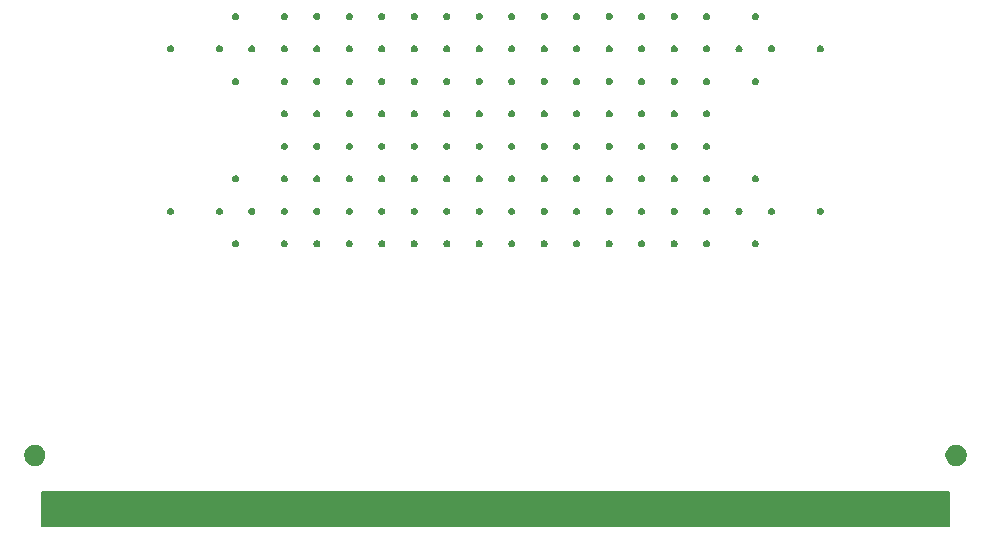
<source format=gbr>
G04 #@! TF.GenerationSoftware,KiCad,Pcbnew,5.1.5+dfsg1-2build2*
G04 #@! TF.CreationDate,2021-10-18T18:16:56+02:00*
G04 #@! TF.ProjectId,DIMMCartridgeV4,44494d4d-4361-4727-9472-696467655634,rev?*
G04 #@! TF.SameCoordinates,Original*
G04 #@! TF.FileFunction,Soldermask,Bot*
G04 #@! TF.FilePolarity,Negative*
%FSLAX46Y46*%
G04 Gerber Fmt 4.6, Leading zero omitted, Abs format (unit mm)*
G04 Created by KiCad (PCBNEW 5.1.5+dfsg1-2build2) date 2021-10-18 18:16:56*
%MOMM*%
%LPD*%
G04 APERTURE LIST*
%ADD10C,0.150000*%
%ADD11C,0.100000*%
G04 APERTURE END LIST*
D10*
G36*
X61600000Y-130140000D02*
G01*
X61600000Y-133040000D01*
X138400000Y-133040000D01*
X138400000Y-130140000D01*
X61600000Y-130140000D01*
G37*
X61600000Y-130140000D02*
X61600000Y-133040000D01*
X138400000Y-133040000D01*
X138400000Y-130140000D01*
X61600000Y-130140000D01*
D11*
G36*
X138000000Y-132640000D02*
G01*
X104000000Y-132640000D01*
X104000000Y-130340000D01*
X138000000Y-130340000D01*
X138000000Y-132640000D01*
G37*
G36*
X100800000Y-132640000D02*
G01*
X62000000Y-132640000D01*
X62000000Y-130340000D01*
X100800000Y-130340000D01*
X100800000Y-132640000D01*
G37*
G36*
X61262520Y-126174586D02*
G01*
X61426310Y-126242430D01*
X61573717Y-126340924D01*
X61699076Y-126466283D01*
X61797570Y-126613690D01*
X61865414Y-126777480D01*
X61900000Y-126951358D01*
X61900000Y-127128642D01*
X61865414Y-127302520D01*
X61797570Y-127466310D01*
X61699076Y-127613717D01*
X61573717Y-127739076D01*
X61426310Y-127837570D01*
X61426309Y-127837571D01*
X61426308Y-127837571D01*
X61262520Y-127905414D01*
X61088644Y-127940000D01*
X60911356Y-127940000D01*
X60737480Y-127905414D01*
X60573692Y-127837571D01*
X60573691Y-127837571D01*
X60573690Y-127837570D01*
X60426283Y-127739076D01*
X60300924Y-127613717D01*
X60202430Y-127466310D01*
X60134586Y-127302520D01*
X60100000Y-127128642D01*
X60100000Y-126951358D01*
X60134586Y-126777480D01*
X60202430Y-126613690D01*
X60300924Y-126466283D01*
X60426283Y-126340924D01*
X60573690Y-126242430D01*
X60737480Y-126174586D01*
X60911356Y-126140000D01*
X61088644Y-126140000D01*
X61262520Y-126174586D01*
G37*
G36*
X139262520Y-126174586D02*
G01*
X139426310Y-126242430D01*
X139573717Y-126340924D01*
X139699076Y-126466283D01*
X139797570Y-126613690D01*
X139865414Y-126777480D01*
X139900000Y-126951358D01*
X139900000Y-127128642D01*
X139865414Y-127302520D01*
X139797570Y-127466310D01*
X139699076Y-127613717D01*
X139573717Y-127739076D01*
X139426310Y-127837570D01*
X139426309Y-127837571D01*
X139426308Y-127837571D01*
X139262520Y-127905414D01*
X139088644Y-127940000D01*
X138911356Y-127940000D01*
X138737480Y-127905414D01*
X138573692Y-127837571D01*
X138573691Y-127837571D01*
X138573690Y-127837570D01*
X138426283Y-127739076D01*
X138300924Y-127613717D01*
X138202430Y-127466310D01*
X138134586Y-127302520D01*
X138100000Y-127128642D01*
X138100000Y-126951358D01*
X138134586Y-126777480D01*
X138202430Y-126613690D01*
X138300924Y-126466283D01*
X138426283Y-126340924D01*
X138573690Y-126242430D01*
X138737480Y-126174586D01*
X138911356Y-126140000D01*
X139088644Y-126140000D01*
X139262520Y-126174586D01*
G37*
G36*
X112433996Y-108828411D02*
G01*
X112463207Y-108834221D01*
X112518240Y-108857017D01*
X112567769Y-108890111D01*
X112609889Y-108932231D01*
X112642983Y-108981760D01*
X112665779Y-109036793D01*
X112677400Y-109095216D01*
X112677400Y-109154784D01*
X112665779Y-109213207D01*
X112642983Y-109268240D01*
X112609889Y-109317769D01*
X112567769Y-109359889D01*
X112518240Y-109392983D01*
X112463207Y-109415779D01*
X112433995Y-109421590D01*
X112404785Y-109427400D01*
X112345215Y-109427400D01*
X112316005Y-109421590D01*
X112286793Y-109415779D01*
X112231760Y-109392983D01*
X112182231Y-109359889D01*
X112140111Y-109317769D01*
X112107017Y-109268240D01*
X112084221Y-109213207D01*
X112072600Y-109154784D01*
X112072600Y-109095216D01*
X112084221Y-109036793D01*
X112107017Y-108981760D01*
X112140111Y-108932231D01*
X112182231Y-108890111D01*
X112231760Y-108857017D01*
X112286793Y-108834221D01*
X112316004Y-108828411D01*
X112345215Y-108822600D01*
X112404785Y-108822600D01*
X112433996Y-108828411D01*
G37*
G36*
X101433996Y-108828411D02*
G01*
X101463207Y-108834221D01*
X101518240Y-108857017D01*
X101567769Y-108890111D01*
X101609889Y-108932231D01*
X101642983Y-108981760D01*
X101665779Y-109036793D01*
X101677400Y-109095216D01*
X101677400Y-109154784D01*
X101665779Y-109213207D01*
X101642983Y-109268240D01*
X101609889Y-109317769D01*
X101567769Y-109359889D01*
X101518240Y-109392983D01*
X101463207Y-109415779D01*
X101433995Y-109421590D01*
X101404785Y-109427400D01*
X101345215Y-109427400D01*
X101316005Y-109421590D01*
X101286793Y-109415779D01*
X101231760Y-109392983D01*
X101182231Y-109359889D01*
X101140111Y-109317769D01*
X101107017Y-109268240D01*
X101084221Y-109213207D01*
X101072600Y-109154784D01*
X101072600Y-109095216D01*
X101084221Y-109036793D01*
X101107017Y-108981760D01*
X101140111Y-108932231D01*
X101182231Y-108890111D01*
X101231760Y-108857017D01*
X101286793Y-108834221D01*
X101316004Y-108828411D01*
X101345215Y-108822600D01*
X101404785Y-108822600D01*
X101433996Y-108828411D01*
G37*
G36*
X104183996Y-108828411D02*
G01*
X104213207Y-108834221D01*
X104268240Y-108857017D01*
X104317769Y-108890111D01*
X104359889Y-108932231D01*
X104392983Y-108981760D01*
X104415779Y-109036793D01*
X104427400Y-109095216D01*
X104427400Y-109154784D01*
X104415779Y-109213207D01*
X104392983Y-109268240D01*
X104359889Y-109317769D01*
X104317769Y-109359889D01*
X104268240Y-109392983D01*
X104213207Y-109415779D01*
X104183995Y-109421590D01*
X104154785Y-109427400D01*
X104095215Y-109427400D01*
X104066005Y-109421590D01*
X104036793Y-109415779D01*
X103981760Y-109392983D01*
X103932231Y-109359889D01*
X103890111Y-109317769D01*
X103857017Y-109268240D01*
X103834221Y-109213207D01*
X103822600Y-109154784D01*
X103822600Y-109095216D01*
X103834221Y-109036793D01*
X103857017Y-108981760D01*
X103890111Y-108932231D01*
X103932231Y-108890111D01*
X103981760Y-108857017D01*
X104036793Y-108834221D01*
X104066004Y-108828411D01*
X104095215Y-108822600D01*
X104154785Y-108822600D01*
X104183996Y-108828411D01*
G37*
G36*
X106933996Y-108828411D02*
G01*
X106963207Y-108834221D01*
X107018240Y-108857017D01*
X107067769Y-108890111D01*
X107109889Y-108932231D01*
X107142983Y-108981760D01*
X107165779Y-109036793D01*
X107177400Y-109095216D01*
X107177400Y-109154784D01*
X107165779Y-109213207D01*
X107142983Y-109268240D01*
X107109889Y-109317769D01*
X107067769Y-109359889D01*
X107018240Y-109392983D01*
X106963207Y-109415779D01*
X106933995Y-109421590D01*
X106904785Y-109427400D01*
X106845215Y-109427400D01*
X106816005Y-109421590D01*
X106786793Y-109415779D01*
X106731760Y-109392983D01*
X106682231Y-109359889D01*
X106640111Y-109317769D01*
X106607017Y-109268240D01*
X106584221Y-109213207D01*
X106572600Y-109154784D01*
X106572600Y-109095216D01*
X106584221Y-109036793D01*
X106607017Y-108981760D01*
X106640111Y-108932231D01*
X106682231Y-108890111D01*
X106731760Y-108857017D01*
X106786793Y-108834221D01*
X106816004Y-108828411D01*
X106845215Y-108822600D01*
X106904785Y-108822600D01*
X106933996Y-108828411D01*
G37*
G36*
X109683996Y-108828411D02*
G01*
X109713207Y-108834221D01*
X109768240Y-108857017D01*
X109817769Y-108890111D01*
X109859889Y-108932231D01*
X109892983Y-108981760D01*
X109915779Y-109036793D01*
X109927400Y-109095216D01*
X109927400Y-109154784D01*
X109915779Y-109213207D01*
X109892983Y-109268240D01*
X109859889Y-109317769D01*
X109817769Y-109359889D01*
X109768240Y-109392983D01*
X109713207Y-109415779D01*
X109683995Y-109421590D01*
X109654785Y-109427400D01*
X109595215Y-109427400D01*
X109566005Y-109421590D01*
X109536793Y-109415779D01*
X109481760Y-109392983D01*
X109432231Y-109359889D01*
X109390111Y-109317769D01*
X109357017Y-109268240D01*
X109334221Y-109213207D01*
X109322600Y-109154784D01*
X109322600Y-109095216D01*
X109334221Y-109036793D01*
X109357017Y-108981760D01*
X109390111Y-108932231D01*
X109432231Y-108890111D01*
X109481760Y-108857017D01*
X109536793Y-108834221D01*
X109566004Y-108828411D01*
X109595215Y-108822600D01*
X109654785Y-108822600D01*
X109683996Y-108828411D01*
G37*
G36*
X115183996Y-108828411D02*
G01*
X115213207Y-108834221D01*
X115268240Y-108857017D01*
X115317769Y-108890111D01*
X115359889Y-108932231D01*
X115392983Y-108981760D01*
X115415779Y-109036793D01*
X115427400Y-109095216D01*
X115427400Y-109154784D01*
X115415779Y-109213207D01*
X115392983Y-109268240D01*
X115359889Y-109317769D01*
X115317769Y-109359889D01*
X115268240Y-109392983D01*
X115213207Y-109415779D01*
X115183995Y-109421590D01*
X115154785Y-109427400D01*
X115095215Y-109427400D01*
X115066005Y-109421590D01*
X115036793Y-109415779D01*
X114981760Y-109392983D01*
X114932231Y-109359889D01*
X114890111Y-109317769D01*
X114857017Y-109268240D01*
X114834221Y-109213207D01*
X114822600Y-109154784D01*
X114822600Y-109095216D01*
X114834221Y-109036793D01*
X114857017Y-108981760D01*
X114890111Y-108932231D01*
X114932231Y-108890111D01*
X114981760Y-108857017D01*
X115036793Y-108834221D01*
X115066004Y-108828411D01*
X115095215Y-108822600D01*
X115154785Y-108822600D01*
X115183996Y-108828411D01*
G37*
G36*
X117933996Y-108828411D02*
G01*
X117963207Y-108834221D01*
X118018240Y-108857017D01*
X118067769Y-108890111D01*
X118109889Y-108932231D01*
X118142983Y-108981760D01*
X118165779Y-109036793D01*
X118177400Y-109095216D01*
X118177400Y-109154784D01*
X118165779Y-109213207D01*
X118142983Y-109268240D01*
X118109889Y-109317769D01*
X118067769Y-109359889D01*
X118018240Y-109392983D01*
X117963207Y-109415779D01*
X117933995Y-109421590D01*
X117904785Y-109427400D01*
X117845215Y-109427400D01*
X117816005Y-109421590D01*
X117786793Y-109415779D01*
X117731760Y-109392983D01*
X117682231Y-109359889D01*
X117640111Y-109317769D01*
X117607017Y-109268240D01*
X117584221Y-109213207D01*
X117572600Y-109154784D01*
X117572600Y-109095216D01*
X117584221Y-109036793D01*
X117607017Y-108981760D01*
X117640111Y-108932231D01*
X117682231Y-108890111D01*
X117731760Y-108857017D01*
X117786793Y-108834221D01*
X117816004Y-108828411D01*
X117845215Y-108822600D01*
X117904785Y-108822600D01*
X117933996Y-108828411D01*
G37*
G36*
X122058996Y-108828411D02*
G01*
X122088207Y-108834221D01*
X122143240Y-108857017D01*
X122192769Y-108890111D01*
X122234889Y-108932231D01*
X122267983Y-108981760D01*
X122290779Y-109036793D01*
X122302400Y-109095216D01*
X122302400Y-109154784D01*
X122290779Y-109213207D01*
X122267983Y-109268240D01*
X122234889Y-109317769D01*
X122192769Y-109359889D01*
X122143240Y-109392983D01*
X122088207Y-109415779D01*
X122058995Y-109421590D01*
X122029785Y-109427400D01*
X121970215Y-109427400D01*
X121941005Y-109421590D01*
X121911793Y-109415779D01*
X121856760Y-109392983D01*
X121807231Y-109359889D01*
X121765111Y-109317769D01*
X121732017Y-109268240D01*
X121709221Y-109213207D01*
X121697600Y-109154784D01*
X121697600Y-109095216D01*
X121709221Y-109036793D01*
X121732017Y-108981760D01*
X121765111Y-108932231D01*
X121807231Y-108890111D01*
X121856760Y-108857017D01*
X121911793Y-108834221D01*
X121941004Y-108828411D01*
X121970215Y-108822600D01*
X122029785Y-108822600D01*
X122058996Y-108828411D01*
G37*
G36*
X82183996Y-108828411D02*
G01*
X82213207Y-108834221D01*
X82268240Y-108857017D01*
X82317769Y-108890111D01*
X82359889Y-108932231D01*
X82392983Y-108981760D01*
X82415779Y-109036793D01*
X82427400Y-109095216D01*
X82427400Y-109154784D01*
X82415779Y-109213207D01*
X82392983Y-109268240D01*
X82359889Y-109317769D01*
X82317769Y-109359889D01*
X82268240Y-109392983D01*
X82213207Y-109415779D01*
X82183995Y-109421590D01*
X82154785Y-109427400D01*
X82095215Y-109427400D01*
X82066005Y-109421590D01*
X82036793Y-109415779D01*
X81981760Y-109392983D01*
X81932231Y-109359889D01*
X81890111Y-109317769D01*
X81857017Y-109268240D01*
X81834221Y-109213207D01*
X81822600Y-109154784D01*
X81822600Y-109095216D01*
X81834221Y-109036793D01*
X81857017Y-108981760D01*
X81890111Y-108932231D01*
X81932231Y-108890111D01*
X81981760Y-108857017D01*
X82036793Y-108834221D01*
X82066004Y-108828411D01*
X82095215Y-108822600D01*
X82154785Y-108822600D01*
X82183996Y-108828411D01*
G37*
G36*
X78058996Y-108828411D02*
G01*
X78088207Y-108834221D01*
X78143240Y-108857017D01*
X78192769Y-108890111D01*
X78234889Y-108932231D01*
X78267983Y-108981760D01*
X78290779Y-109036793D01*
X78302400Y-109095216D01*
X78302400Y-109154784D01*
X78290779Y-109213207D01*
X78267983Y-109268240D01*
X78234889Y-109317769D01*
X78192769Y-109359889D01*
X78143240Y-109392983D01*
X78088207Y-109415779D01*
X78058995Y-109421590D01*
X78029785Y-109427400D01*
X77970215Y-109427400D01*
X77941005Y-109421590D01*
X77911793Y-109415779D01*
X77856760Y-109392983D01*
X77807231Y-109359889D01*
X77765111Y-109317769D01*
X77732017Y-109268240D01*
X77709221Y-109213207D01*
X77697600Y-109154784D01*
X77697600Y-109095216D01*
X77709221Y-109036793D01*
X77732017Y-108981760D01*
X77765111Y-108932231D01*
X77807231Y-108890111D01*
X77856760Y-108857017D01*
X77911793Y-108834221D01*
X77941004Y-108828411D01*
X77970215Y-108822600D01*
X78029785Y-108822600D01*
X78058996Y-108828411D01*
G37*
G36*
X95933996Y-108828411D02*
G01*
X95963207Y-108834221D01*
X96018240Y-108857017D01*
X96067769Y-108890111D01*
X96109889Y-108932231D01*
X96142983Y-108981760D01*
X96165779Y-109036793D01*
X96177400Y-109095216D01*
X96177400Y-109154784D01*
X96165779Y-109213207D01*
X96142983Y-109268240D01*
X96109889Y-109317769D01*
X96067769Y-109359889D01*
X96018240Y-109392983D01*
X95963207Y-109415779D01*
X95933995Y-109421590D01*
X95904785Y-109427400D01*
X95845215Y-109427400D01*
X95816005Y-109421590D01*
X95786793Y-109415779D01*
X95731760Y-109392983D01*
X95682231Y-109359889D01*
X95640111Y-109317769D01*
X95607017Y-109268240D01*
X95584221Y-109213207D01*
X95572600Y-109154784D01*
X95572600Y-109095216D01*
X95584221Y-109036793D01*
X95607017Y-108981760D01*
X95640111Y-108932231D01*
X95682231Y-108890111D01*
X95731760Y-108857017D01*
X95786793Y-108834221D01*
X95816004Y-108828411D01*
X95845215Y-108822600D01*
X95904785Y-108822600D01*
X95933996Y-108828411D01*
G37*
G36*
X84933996Y-108828411D02*
G01*
X84963207Y-108834221D01*
X85018240Y-108857017D01*
X85067769Y-108890111D01*
X85109889Y-108932231D01*
X85142983Y-108981760D01*
X85165779Y-109036793D01*
X85177400Y-109095216D01*
X85177400Y-109154784D01*
X85165779Y-109213207D01*
X85142983Y-109268240D01*
X85109889Y-109317769D01*
X85067769Y-109359889D01*
X85018240Y-109392983D01*
X84963207Y-109415779D01*
X84933995Y-109421590D01*
X84904785Y-109427400D01*
X84845215Y-109427400D01*
X84816005Y-109421590D01*
X84786793Y-109415779D01*
X84731760Y-109392983D01*
X84682231Y-109359889D01*
X84640111Y-109317769D01*
X84607017Y-109268240D01*
X84584221Y-109213207D01*
X84572600Y-109154784D01*
X84572600Y-109095216D01*
X84584221Y-109036793D01*
X84607017Y-108981760D01*
X84640111Y-108932231D01*
X84682231Y-108890111D01*
X84731760Y-108857017D01*
X84786793Y-108834221D01*
X84816004Y-108828411D01*
X84845215Y-108822600D01*
X84904785Y-108822600D01*
X84933996Y-108828411D01*
G37*
G36*
X87683996Y-108828411D02*
G01*
X87713207Y-108834221D01*
X87768240Y-108857017D01*
X87817769Y-108890111D01*
X87859889Y-108932231D01*
X87892983Y-108981760D01*
X87915779Y-109036793D01*
X87927400Y-109095216D01*
X87927400Y-109154784D01*
X87915779Y-109213207D01*
X87892983Y-109268240D01*
X87859889Y-109317769D01*
X87817769Y-109359889D01*
X87768240Y-109392983D01*
X87713207Y-109415779D01*
X87683995Y-109421590D01*
X87654785Y-109427400D01*
X87595215Y-109427400D01*
X87566005Y-109421590D01*
X87536793Y-109415779D01*
X87481760Y-109392983D01*
X87432231Y-109359889D01*
X87390111Y-109317769D01*
X87357017Y-109268240D01*
X87334221Y-109213207D01*
X87322600Y-109154784D01*
X87322600Y-109095216D01*
X87334221Y-109036793D01*
X87357017Y-108981760D01*
X87390111Y-108932231D01*
X87432231Y-108890111D01*
X87481760Y-108857017D01*
X87536793Y-108834221D01*
X87566004Y-108828411D01*
X87595215Y-108822600D01*
X87654785Y-108822600D01*
X87683996Y-108828411D01*
G37*
G36*
X90433996Y-108828411D02*
G01*
X90463207Y-108834221D01*
X90518240Y-108857017D01*
X90567769Y-108890111D01*
X90609889Y-108932231D01*
X90642983Y-108981760D01*
X90665779Y-109036793D01*
X90677400Y-109095216D01*
X90677400Y-109154784D01*
X90665779Y-109213207D01*
X90642983Y-109268240D01*
X90609889Y-109317769D01*
X90567769Y-109359889D01*
X90518240Y-109392983D01*
X90463207Y-109415779D01*
X90433995Y-109421590D01*
X90404785Y-109427400D01*
X90345215Y-109427400D01*
X90316005Y-109421590D01*
X90286793Y-109415779D01*
X90231760Y-109392983D01*
X90182231Y-109359889D01*
X90140111Y-109317769D01*
X90107017Y-109268240D01*
X90084221Y-109213207D01*
X90072600Y-109154784D01*
X90072600Y-109095216D01*
X90084221Y-109036793D01*
X90107017Y-108981760D01*
X90140111Y-108932231D01*
X90182231Y-108890111D01*
X90231760Y-108857017D01*
X90286793Y-108834221D01*
X90316004Y-108828411D01*
X90345215Y-108822600D01*
X90404785Y-108822600D01*
X90433996Y-108828411D01*
G37*
G36*
X98683996Y-108828411D02*
G01*
X98713207Y-108834221D01*
X98768240Y-108857017D01*
X98817769Y-108890111D01*
X98859889Y-108932231D01*
X98892983Y-108981760D01*
X98915779Y-109036793D01*
X98927400Y-109095216D01*
X98927400Y-109154784D01*
X98915779Y-109213207D01*
X98892983Y-109268240D01*
X98859889Y-109317769D01*
X98817769Y-109359889D01*
X98768240Y-109392983D01*
X98713207Y-109415779D01*
X98683995Y-109421590D01*
X98654785Y-109427400D01*
X98595215Y-109427400D01*
X98566005Y-109421590D01*
X98536793Y-109415779D01*
X98481760Y-109392983D01*
X98432231Y-109359889D01*
X98390111Y-109317769D01*
X98357017Y-109268240D01*
X98334221Y-109213207D01*
X98322600Y-109154784D01*
X98322600Y-109095216D01*
X98334221Y-109036793D01*
X98357017Y-108981760D01*
X98390111Y-108932231D01*
X98432231Y-108890111D01*
X98481760Y-108857017D01*
X98536793Y-108834221D01*
X98566004Y-108828411D01*
X98595215Y-108822600D01*
X98654785Y-108822600D01*
X98683996Y-108828411D01*
G37*
G36*
X93183996Y-108828411D02*
G01*
X93213207Y-108834221D01*
X93268240Y-108857017D01*
X93317769Y-108890111D01*
X93359889Y-108932231D01*
X93392983Y-108981760D01*
X93415779Y-109036793D01*
X93427400Y-109095216D01*
X93427400Y-109154784D01*
X93415779Y-109213207D01*
X93392983Y-109268240D01*
X93359889Y-109317769D01*
X93317769Y-109359889D01*
X93268240Y-109392983D01*
X93213207Y-109415779D01*
X93183995Y-109421590D01*
X93154785Y-109427400D01*
X93095215Y-109427400D01*
X93066005Y-109421590D01*
X93036793Y-109415779D01*
X92981760Y-109392983D01*
X92932231Y-109359889D01*
X92890111Y-109317769D01*
X92857017Y-109268240D01*
X92834221Y-109213207D01*
X92822600Y-109154784D01*
X92822600Y-109095216D01*
X92834221Y-109036793D01*
X92857017Y-108981760D01*
X92890111Y-108932231D01*
X92932231Y-108890111D01*
X92981760Y-108857017D01*
X93036793Y-108834221D01*
X93066004Y-108828411D01*
X93095215Y-108822600D01*
X93154785Y-108822600D01*
X93183996Y-108828411D01*
G37*
G36*
X101433996Y-106078411D02*
G01*
X101463207Y-106084221D01*
X101518240Y-106107017D01*
X101567769Y-106140111D01*
X101609889Y-106182231D01*
X101642983Y-106231760D01*
X101665779Y-106286793D01*
X101677400Y-106345216D01*
X101677400Y-106404784D01*
X101665779Y-106463207D01*
X101642983Y-106518240D01*
X101609889Y-106567769D01*
X101567769Y-106609889D01*
X101518240Y-106642983D01*
X101463207Y-106665779D01*
X101433995Y-106671590D01*
X101404785Y-106677400D01*
X101345215Y-106677400D01*
X101316004Y-106671589D01*
X101286793Y-106665779D01*
X101231760Y-106642983D01*
X101182231Y-106609889D01*
X101140111Y-106567769D01*
X101107017Y-106518240D01*
X101084221Y-106463207D01*
X101072600Y-106404784D01*
X101072600Y-106345216D01*
X101084221Y-106286793D01*
X101107017Y-106231760D01*
X101140111Y-106182231D01*
X101182231Y-106140111D01*
X101231760Y-106107017D01*
X101286793Y-106084221D01*
X101316004Y-106078411D01*
X101345215Y-106072600D01*
X101404785Y-106072600D01*
X101433996Y-106078411D01*
G37*
G36*
X106933996Y-106078411D02*
G01*
X106963207Y-106084221D01*
X107018240Y-106107017D01*
X107067769Y-106140111D01*
X107109889Y-106182231D01*
X107142983Y-106231760D01*
X107165779Y-106286793D01*
X107177400Y-106345216D01*
X107177400Y-106404784D01*
X107165779Y-106463207D01*
X107142983Y-106518240D01*
X107109889Y-106567769D01*
X107067769Y-106609889D01*
X107018240Y-106642983D01*
X106963207Y-106665779D01*
X106933995Y-106671590D01*
X106904785Y-106677400D01*
X106845215Y-106677400D01*
X106816004Y-106671589D01*
X106786793Y-106665779D01*
X106731760Y-106642983D01*
X106682231Y-106609889D01*
X106640111Y-106567769D01*
X106607017Y-106518240D01*
X106584221Y-106463207D01*
X106572600Y-106404784D01*
X106572600Y-106345216D01*
X106584221Y-106286793D01*
X106607017Y-106231760D01*
X106640111Y-106182231D01*
X106682231Y-106140111D01*
X106731760Y-106107017D01*
X106786793Y-106084221D01*
X106816004Y-106078411D01*
X106845215Y-106072600D01*
X106904785Y-106072600D01*
X106933996Y-106078411D01*
G37*
G36*
X109683996Y-106078411D02*
G01*
X109713207Y-106084221D01*
X109768240Y-106107017D01*
X109817769Y-106140111D01*
X109859889Y-106182231D01*
X109892983Y-106231760D01*
X109915779Y-106286793D01*
X109927400Y-106345216D01*
X109927400Y-106404784D01*
X109915779Y-106463207D01*
X109892983Y-106518240D01*
X109859889Y-106567769D01*
X109817769Y-106609889D01*
X109768240Y-106642983D01*
X109713207Y-106665779D01*
X109683995Y-106671590D01*
X109654785Y-106677400D01*
X109595215Y-106677400D01*
X109566004Y-106671589D01*
X109536793Y-106665779D01*
X109481760Y-106642983D01*
X109432231Y-106609889D01*
X109390111Y-106567769D01*
X109357017Y-106518240D01*
X109334221Y-106463207D01*
X109322600Y-106404784D01*
X109322600Y-106345216D01*
X109334221Y-106286793D01*
X109357017Y-106231760D01*
X109390111Y-106182231D01*
X109432231Y-106140111D01*
X109481760Y-106107017D01*
X109536793Y-106084221D01*
X109566004Y-106078411D01*
X109595215Y-106072600D01*
X109654785Y-106072600D01*
X109683996Y-106078411D01*
G37*
G36*
X112433996Y-106078411D02*
G01*
X112463207Y-106084221D01*
X112518240Y-106107017D01*
X112567769Y-106140111D01*
X112609889Y-106182231D01*
X112642983Y-106231760D01*
X112665779Y-106286793D01*
X112677400Y-106345216D01*
X112677400Y-106404784D01*
X112665779Y-106463207D01*
X112642983Y-106518240D01*
X112609889Y-106567769D01*
X112567769Y-106609889D01*
X112518240Y-106642983D01*
X112463207Y-106665779D01*
X112433995Y-106671590D01*
X112404785Y-106677400D01*
X112345215Y-106677400D01*
X112316004Y-106671589D01*
X112286793Y-106665779D01*
X112231760Y-106642983D01*
X112182231Y-106609889D01*
X112140111Y-106567769D01*
X112107017Y-106518240D01*
X112084221Y-106463207D01*
X112072600Y-106404784D01*
X112072600Y-106345216D01*
X112084221Y-106286793D01*
X112107017Y-106231760D01*
X112140111Y-106182231D01*
X112182231Y-106140111D01*
X112231760Y-106107017D01*
X112286793Y-106084221D01*
X112316004Y-106078411D01*
X112345215Y-106072600D01*
X112404785Y-106072600D01*
X112433996Y-106078411D01*
G37*
G36*
X115183996Y-106078411D02*
G01*
X115213207Y-106084221D01*
X115268240Y-106107017D01*
X115317769Y-106140111D01*
X115359889Y-106182231D01*
X115392983Y-106231760D01*
X115415779Y-106286793D01*
X115427400Y-106345216D01*
X115427400Y-106404784D01*
X115415779Y-106463207D01*
X115392983Y-106518240D01*
X115359889Y-106567769D01*
X115317769Y-106609889D01*
X115268240Y-106642983D01*
X115213207Y-106665779D01*
X115183995Y-106671590D01*
X115154785Y-106677400D01*
X115095215Y-106677400D01*
X115066004Y-106671589D01*
X115036793Y-106665779D01*
X114981760Y-106642983D01*
X114932231Y-106609889D01*
X114890111Y-106567769D01*
X114857017Y-106518240D01*
X114834221Y-106463207D01*
X114822600Y-106404784D01*
X114822600Y-106345216D01*
X114834221Y-106286793D01*
X114857017Y-106231760D01*
X114890111Y-106182231D01*
X114932231Y-106140111D01*
X114981760Y-106107017D01*
X115036793Y-106084221D01*
X115066004Y-106078411D01*
X115095215Y-106072600D01*
X115154785Y-106072600D01*
X115183996Y-106078411D01*
G37*
G36*
X117933996Y-106078411D02*
G01*
X117963207Y-106084221D01*
X118018240Y-106107017D01*
X118067769Y-106140111D01*
X118109889Y-106182231D01*
X118142983Y-106231760D01*
X118165779Y-106286793D01*
X118177400Y-106345216D01*
X118177400Y-106404784D01*
X118165779Y-106463207D01*
X118142983Y-106518240D01*
X118109889Y-106567769D01*
X118067769Y-106609889D01*
X118018240Y-106642983D01*
X117963207Y-106665779D01*
X117933995Y-106671590D01*
X117904785Y-106677400D01*
X117845215Y-106677400D01*
X117816004Y-106671589D01*
X117786793Y-106665779D01*
X117731760Y-106642983D01*
X117682231Y-106609889D01*
X117640111Y-106567769D01*
X117607017Y-106518240D01*
X117584221Y-106463207D01*
X117572600Y-106404784D01*
X117572600Y-106345216D01*
X117584221Y-106286793D01*
X117607017Y-106231760D01*
X117640111Y-106182231D01*
X117682231Y-106140111D01*
X117731760Y-106107017D01*
X117786793Y-106084221D01*
X117816004Y-106078411D01*
X117845215Y-106072600D01*
X117904785Y-106072600D01*
X117933996Y-106078411D01*
G37*
G36*
X127558996Y-106078411D02*
G01*
X127588207Y-106084221D01*
X127643240Y-106107017D01*
X127692769Y-106140111D01*
X127734889Y-106182231D01*
X127767983Y-106231760D01*
X127790779Y-106286793D01*
X127802400Y-106345216D01*
X127802400Y-106404784D01*
X127790779Y-106463207D01*
X127767983Y-106518240D01*
X127734889Y-106567769D01*
X127692769Y-106609889D01*
X127643240Y-106642983D01*
X127588207Y-106665779D01*
X127558995Y-106671590D01*
X127529785Y-106677400D01*
X127470215Y-106677400D01*
X127441004Y-106671589D01*
X127411793Y-106665779D01*
X127356760Y-106642983D01*
X127307231Y-106609889D01*
X127265111Y-106567769D01*
X127232017Y-106518240D01*
X127209221Y-106463207D01*
X127197600Y-106404784D01*
X127197600Y-106345216D01*
X127209221Y-106286793D01*
X127232017Y-106231760D01*
X127265111Y-106182231D01*
X127307231Y-106140111D01*
X127356760Y-106107017D01*
X127411793Y-106084221D01*
X127441004Y-106078411D01*
X127470215Y-106072600D01*
X127529785Y-106072600D01*
X127558996Y-106078411D01*
G37*
G36*
X123433996Y-106078411D02*
G01*
X123463207Y-106084221D01*
X123518240Y-106107017D01*
X123567769Y-106140111D01*
X123609889Y-106182231D01*
X123642983Y-106231760D01*
X123665779Y-106286793D01*
X123677400Y-106345216D01*
X123677400Y-106404784D01*
X123665779Y-106463207D01*
X123642983Y-106518240D01*
X123609889Y-106567769D01*
X123567769Y-106609889D01*
X123518240Y-106642983D01*
X123463207Y-106665779D01*
X123433995Y-106671590D01*
X123404785Y-106677400D01*
X123345215Y-106677400D01*
X123316004Y-106671589D01*
X123286793Y-106665779D01*
X123231760Y-106642983D01*
X123182231Y-106609889D01*
X123140111Y-106567769D01*
X123107017Y-106518240D01*
X123084221Y-106463207D01*
X123072600Y-106404784D01*
X123072600Y-106345216D01*
X123084221Y-106286793D01*
X123107017Y-106231760D01*
X123140111Y-106182231D01*
X123182231Y-106140111D01*
X123231760Y-106107017D01*
X123286793Y-106084221D01*
X123316004Y-106078411D01*
X123345215Y-106072600D01*
X123404785Y-106072600D01*
X123433996Y-106078411D01*
G37*
G36*
X120683996Y-106078411D02*
G01*
X120713207Y-106084221D01*
X120768240Y-106107017D01*
X120817769Y-106140111D01*
X120859889Y-106182231D01*
X120892983Y-106231760D01*
X120915779Y-106286793D01*
X120927400Y-106345216D01*
X120927400Y-106404784D01*
X120915779Y-106463207D01*
X120892983Y-106518240D01*
X120859889Y-106567769D01*
X120817769Y-106609889D01*
X120768240Y-106642983D01*
X120713207Y-106665779D01*
X120683995Y-106671590D01*
X120654785Y-106677400D01*
X120595215Y-106677400D01*
X120566004Y-106671589D01*
X120536793Y-106665779D01*
X120481760Y-106642983D01*
X120432231Y-106609889D01*
X120390111Y-106567769D01*
X120357017Y-106518240D01*
X120334221Y-106463207D01*
X120322600Y-106404784D01*
X120322600Y-106345216D01*
X120334221Y-106286793D01*
X120357017Y-106231760D01*
X120390111Y-106182231D01*
X120432231Y-106140111D01*
X120481760Y-106107017D01*
X120536793Y-106084221D01*
X120566004Y-106078411D01*
X120595215Y-106072600D01*
X120654785Y-106072600D01*
X120683996Y-106078411D01*
G37*
G36*
X104183996Y-106078411D02*
G01*
X104213207Y-106084221D01*
X104268240Y-106107017D01*
X104317769Y-106140111D01*
X104359889Y-106182231D01*
X104392983Y-106231760D01*
X104415779Y-106286793D01*
X104427400Y-106345216D01*
X104427400Y-106404784D01*
X104415779Y-106463207D01*
X104392983Y-106518240D01*
X104359889Y-106567769D01*
X104317769Y-106609889D01*
X104268240Y-106642983D01*
X104213207Y-106665779D01*
X104183995Y-106671590D01*
X104154785Y-106677400D01*
X104095215Y-106677400D01*
X104066004Y-106671589D01*
X104036793Y-106665779D01*
X103981760Y-106642983D01*
X103932231Y-106609889D01*
X103890111Y-106567769D01*
X103857017Y-106518240D01*
X103834221Y-106463207D01*
X103822600Y-106404784D01*
X103822600Y-106345216D01*
X103834221Y-106286793D01*
X103857017Y-106231760D01*
X103890111Y-106182231D01*
X103932231Y-106140111D01*
X103981760Y-106107017D01*
X104036793Y-106084221D01*
X104066004Y-106078411D01*
X104095215Y-106072600D01*
X104154785Y-106072600D01*
X104183996Y-106078411D01*
G37*
G36*
X98683996Y-106078411D02*
G01*
X98713207Y-106084221D01*
X98768240Y-106107017D01*
X98817769Y-106140111D01*
X98859889Y-106182231D01*
X98892983Y-106231760D01*
X98915779Y-106286793D01*
X98927400Y-106345216D01*
X98927400Y-106404784D01*
X98915779Y-106463207D01*
X98892983Y-106518240D01*
X98859889Y-106567769D01*
X98817769Y-106609889D01*
X98768240Y-106642983D01*
X98713207Y-106665779D01*
X98683995Y-106671590D01*
X98654785Y-106677400D01*
X98595215Y-106677400D01*
X98566004Y-106671589D01*
X98536793Y-106665779D01*
X98481760Y-106642983D01*
X98432231Y-106609889D01*
X98390111Y-106567769D01*
X98357017Y-106518240D01*
X98334221Y-106463207D01*
X98322600Y-106404784D01*
X98322600Y-106345216D01*
X98334221Y-106286793D01*
X98357017Y-106231760D01*
X98390111Y-106182231D01*
X98432231Y-106140111D01*
X98481760Y-106107017D01*
X98536793Y-106084221D01*
X98566004Y-106078411D01*
X98595215Y-106072600D01*
X98654785Y-106072600D01*
X98683996Y-106078411D01*
G37*
G36*
X76683996Y-106078411D02*
G01*
X76713207Y-106084221D01*
X76768240Y-106107017D01*
X76817769Y-106140111D01*
X76859889Y-106182231D01*
X76892983Y-106231760D01*
X76915779Y-106286793D01*
X76927400Y-106345216D01*
X76927400Y-106404784D01*
X76915779Y-106463207D01*
X76892983Y-106518240D01*
X76859889Y-106567769D01*
X76817769Y-106609889D01*
X76768240Y-106642983D01*
X76713207Y-106665779D01*
X76683995Y-106671590D01*
X76654785Y-106677400D01*
X76595215Y-106677400D01*
X76566004Y-106671589D01*
X76536793Y-106665779D01*
X76481760Y-106642983D01*
X76432231Y-106609889D01*
X76390111Y-106567769D01*
X76357017Y-106518240D01*
X76334221Y-106463207D01*
X76322600Y-106404784D01*
X76322600Y-106345216D01*
X76334221Y-106286793D01*
X76357017Y-106231760D01*
X76390111Y-106182231D01*
X76432231Y-106140111D01*
X76481760Y-106107017D01*
X76536793Y-106084221D01*
X76566004Y-106078411D01*
X76595215Y-106072600D01*
X76654785Y-106072600D01*
X76683996Y-106078411D01*
G37*
G36*
X79433996Y-106078411D02*
G01*
X79463207Y-106084221D01*
X79518240Y-106107017D01*
X79567769Y-106140111D01*
X79609889Y-106182231D01*
X79642983Y-106231760D01*
X79665779Y-106286793D01*
X79677400Y-106345216D01*
X79677400Y-106404784D01*
X79665779Y-106463207D01*
X79642983Y-106518240D01*
X79609889Y-106567769D01*
X79567769Y-106609889D01*
X79518240Y-106642983D01*
X79463207Y-106665779D01*
X79433995Y-106671590D01*
X79404785Y-106677400D01*
X79345215Y-106677400D01*
X79316004Y-106671589D01*
X79286793Y-106665779D01*
X79231760Y-106642983D01*
X79182231Y-106609889D01*
X79140111Y-106567769D01*
X79107017Y-106518240D01*
X79084221Y-106463207D01*
X79072600Y-106404784D01*
X79072600Y-106345216D01*
X79084221Y-106286793D01*
X79107017Y-106231760D01*
X79140111Y-106182231D01*
X79182231Y-106140111D01*
X79231760Y-106107017D01*
X79286793Y-106084221D01*
X79316004Y-106078411D01*
X79345215Y-106072600D01*
X79404785Y-106072600D01*
X79433996Y-106078411D01*
G37*
G36*
X82183996Y-106078411D02*
G01*
X82213207Y-106084221D01*
X82268240Y-106107017D01*
X82317769Y-106140111D01*
X82359889Y-106182231D01*
X82392983Y-106231760D01*
X82415779Y-106286793D01*
X82427400Y-106345216D01*
X82427400Y-106404784D01*
X82415779Y-106463207D01*
X82392983Y-106518240D01*
X82359889Y-106567769D01*
X82317769Y-106609889D01*
X82268240Y-106642983D01*
X82213207Y-106665779D01*
X82183995Y-106671590D01*
X82154785Y-106677400D01*
X82095215Y-106677400D01*
X82066004Y-106671589D01*
X82036793Y-106665779D01*
X81981760Y-106642983D01*
X81932231Y-106609889D01*
X81890111Y-106567769D01*
X81857017Y-106518240D01*
X81834221Y-106463207D01*
X81822600Y-106404784D01*
X81822600Y-106345216D01*
X81834221Y-106286793D01*
X81857017Y-106231760D01*
X81890111Y-106182231D01*
X81932231Y-106140111D01*
X81981760Y-106107017D01*
X82036793Y-106084221D01*
X82066004Y-106078411D01*
X82095215Y-106072600D01*
X82154785Y-106072600D01*
X82183996Y-106078411D01*
G37*
G36*
X84933996Y-106078411D02*
G01*
X84963207Y-106084221D01*
X85018240Y-106107017D01*
X85067769Y-106140111D01*
X85109889Y-106182231D01*
X85142983Y-106231760D01*
X85165779Y-106286793D01*
X85177400Y-106345216D01*
X85177400Y-106404784D01*
X85165779Y-106463207D01*
X85142983Y-106518240D01*
X85109889Y-106567769D01*
X85067769Y-106609889D01*
X85018240Y-106642983D01*
X84963207Y-106665779D01*
X84933995Y-106671590D01*
X84904785Y-106677400D01*
X84845215Y-106677400D01*
X84816004Y-106671589D01*
X84786793Y-106665779D01*
X84731760Y-106642983D01*
X84682231Y-106609889D01*
X84640111Y-106567769D01*
X84607017Y-106518240D01*
X84584221Y-106463207D01*
X84572600Y-106404784D01*
X84572600Y-106345216D01*
X84584221Y-106286793D01*
X84607017Y-106231760D01*
X84640111Y-106182231D01*
X84682231Y-106140111D01*
X84731760Y-106107017D01*
X84786793Y-106084221D01*
X84816004Y-106078411D01*
X84845215Y-106072600D01*
X84904785Y-106072600D01*
X84933996Y-106078411D01*
G37*
G36*
X87683996Y-106078411D02*
G01*
X87713207Y-106084221D01*
X87768240Y-106107017D01*
X87817769Y-106140111D01*
X87859889Y-106182231D01*
X87892983Y-106231760D01*
X87915779Y-106286793D01*
X87927400Y-106345216D01*
X87927400Y-106404784D01*
X87915779Y-106463207D01*
X87892983Y-106518240D01*
X87859889Y-106567769D01*
X87817769Y-106609889D01*
X87768240Y-106642983D01*
X87713207Y-106665779D01*
X87683995Y-106671590D01*
X87654785Y-106677400D01*
X87595215Y-106677400D01*
X87566004Y-106671589D01*
X87536793Y-106665779D01*
X87481760Y-106642983D01*
X87432231Y-106609889D01*
X87390111Y-106567769D01*
X87357017Y-106518240D01*
X87334221Y-106463207D01*
X87322600Y-106404784D01*
X87322600Y-106345216D01*
X87334221Y-106286793D01*
X87357017Y-106231760D01*
X87390111Y-106182231D01*
X87432231Y-106140111D01*
X87481760Y-106107017D01*
X87536793Y-106084221D01*
X87566004Y-106078411D01*
X87595215Y-106072600D01*
X87654785Y-106072600D01*
X87683996Y-106078411D01*
G37*
G36*
X90433996Y-106078411D02*
G01*
X90463207Y-106084221D01*
X90518240Y-106107017D01*
X90567769Y-106140111D01*
X90609889Y-106182231D01*
X90642983Y-106231760D01*
X90665779Y-106286793D01*
X90677400Y-106345216D01*
X90677400Y-106404784D01*
X90665779Y-106463207D01*
X90642983Y-106518240D01*
X90609889Y-106567769D01*
X90567769Y-106609889D01*
X90518240Y-106642983D01*
X90463207Y-106665779D01*
X90433995Y-106671590D01*
X90404785Y-106677400D01*
X90345215Y-106677400D01*
X90316004Y-106671589D01*
X90286793Y-106665779D01*
X90231760Y-106642983D01*
X90182231Y-106609889D01*
X90140111Y-106567769D01*
X90107017Y-106518240D01*
X90084221Y-106463207D01*
X90072600Y-106404784D01*
X90072600Y-106345216D01*
X90084221Y-106286793D01*
X90107017Y-106231760D01*
X90140111Y-106182231D01*
X90182231Y-106140111D01*
X90231760Y-106107017D01*
X90286793Y-106084221D01*
X90316004Y-106078411D01*
X90345215Y-106072600D01*
X90404785Y-106072600D01*
X90433996Y-106078411D01*
G37*
G36*
X93183996Y-106078411D02*
G01*
X93213207Y-106084221D01*
X93268240Y-106107017D01*
X93317769Y-106140111D01*
X93359889Y-106182231D01*
X93392983Y-106231760D01*
X93415779Y-106286793D01*
X93427400Y-106345216D01*
X93427400Y-106404784D01*
X93415779Y-106463207D01*
X93392983Y-106518240D01*
X93359889Y-106567769D01*
X93317769Y-106609889D01*
X93268240Y-106642983D01*
X93213207Y-106665779D01*
X93183995Y-106671590D01*
X93154785Y-106677400D01*
X93095215Y-106677400D01*
X93066004Y-106671589D01*
X93036793Y-106665779D01*
X92981760Y-106642983D01*
X92932231Y-106609889D01*
X92890111Y-106567769D01*
X92857017Y-106518240D01*
X92834221Y-106463207D01*
X92822600Y-106404784D01*
X92822600Y-106345216D01*
X92834221Y-106286793D01*
X92857017Y-106231760D01*
X92890111Y-106182231D01*
X92932231Y-106140111D01*
X92981760Y-106107017D01*
X93036793Y-106084221D01*
X93066004Y-106078411D01*
X93095215Y-106072600D01*
X93154785Y-106072600D01*
X93183996Y-106078411D01*
G37*
G36*
X95933996Y-106078411D02*
G01*
X95963207Y-106084221D01*
X96018240Y-106107017D01*
X96067769Y-106140111D01*
X96109889Y-106182231D01*
X96142983Y-106231760D01*
X96165779Y-106286793D01*
X96177400Y-106345216D01*
X96177400Y-106404784D01*
X96165779Y-106463207D01*
X96142983Y-106518240D01*
X96109889Y-106567769D01*
X96067769Y-106609889D01*
X96018240Y-106642983D01*
X95963207Y-106665779D01*
X95933995Y-106671590D01*
X95904785Y-106677400D01*
X95845215Y-106677400D01*
X95816004Y-106671589D01*
X95786793Y-106665779D01*
X95731760Y-106642983D01*
X95682231Y-106609889D01*
X95640111Y-106567769D01*
X95607017Y-106518240D01*
X95584221Y-106463207D01*
X95572600Y-106404784D01*
X95572600Y-106345216D01*
X95584221Y-106286793D01*
X95607017Y-106231760D01*
X95640111Y-106182231D01*
X95682231Y-106140111D01*
X95731760Y-106107017D01*
X95786793Y-106084221D01*
X95816004Y-106078411D01*
X95845215Y-106072600D01*
X95904785Y-106072600D01*
X95933996Y-106078411D01*
G37*
G36*
X72558996Y-106078411D02*
G01*
X72588207Y-106084221D01*
X72643240Y-106107017D01*
X72692769Y-106140111D01*
X72734889Y-106182231D01*
X72767983Y-106231760D01*
X72790779Y-106286793D01*
X72802400Y-106345216D01*
X72802400Y-106404784D01*
X72790779Y-106463207D01*
X72767983Y-106518240D01*
X72734889Y-106567769D01*
X72692769Y-106609889D01*
X72643240Y-106642983D01*
X72588207Y-106665779D01*
X72558995Y-106671590D01*
X72529785Y-106677400D01*
X72470215Y-106677400D01*
X72441004Y-106671589D01*
X72411793Y-106665779D01*
X72356760Y-106642983D01*
X72307231Y-106609889D01*
X72265111Y-106567769D01*
X72232017Y-106518240D01*
X72209221Y-106463207D01*
X72197600Y-106404784D01*
X72197600Y-106345216D01*
X72209221Y-106286793D01*
X72232017Y-106231760D01*
X72265111Y-106182231D01*
X72307231Y-106140111D01*
X72356760Y-106107017D01*
X72411793Y-106084221D01*
X72441004Y-106078411D01*
X72470215Y-106072600D01*
X72529785Y-106072600D01*
X72558996Y-106078411D01*
G37*
G36*
X112433995Y-103328410D02*
G01*
X112463207Y-103334221D01*
X112518240Y-103357017D01*
X112567769Y-103390111D01*
X112609889Y-103432231D01*
X112642983Y-103481760D01*
X112665779Y-103536793D01*
X112677400Y-103595216D01*
X112677400Y-103654784D01*
X112665779Y-103713207D01*
X112642983Y-103768240D01*
X112609889Y-103817769D01*
X112567769Y-103859889D01*
X112518240Y-103892983D01*
X112463207Y-103915779D01*
X112433995Y-103921590D01*
X112404785Y-103927400D01*
X112345215Y-103927400D01*
X112316005Y-103921590D01*
X112286793Y-103915779D01*
X112231760Y-103892983D01*
X112182231Y-103859889D01*
X112140111Y-103817769D01*
X112107017Y-103768240D01*
X112084221Y-103713207D01*
X112072600Y-103654784D01*
X112072600Y-103595216D01*
X112084221Y-103536793D01*
X112107017Y-103481760D01*
X112140111Y-103432231D01*
X112182231Y-103390111D01*
X112231760Y-103357017D01*
X112286793Y-103334221D01*
X112316005Y-103328410D01*
X112345215Y-103322600D01*
X112404785Y-103322600D01*
X112433995Y-103328410D01*
G37*
G36*
X78058995Y-103328410D02*
G01*
X78088207Y-103334221D01*
X78143240Y-103357017D01*
X78192769Y-103390111D01*
X78234889Y-103432231D01*
X78267983Y-103481760D01*
X78290779Y-103536793D01*
X78302400Y-103595216D01*
X78302400Y-103654784D01*
X78290779Y-103713207D01*
X78267983Y-103768240D01*
X78234889Y-103817769D01*
X78192769Y-103859889D01*
X78143240Y-103892983D01*
X78088207Y-103915779D01*
X78058995Y-103921590D01*
X78029785Y-103927400D01*
X77970215Y-103927400D01*
X77941005Y-103921590D01*
X77911793Y-103915779D01*
X77856760Y-103892983D01*
X77807231Y-103859889D01*
X77765111Y-103817769D01*
X77732017Y-103768240D01*
X77709221Y-103713207D01*
X77697600Y-103654784D01*
X77697600Y-103595216D01*
X77709221Y-103536793D01*
X77732017Y-103481760D01*
X77765111Y-103432231D01*
X77807231Y-103390111D01*
X77856760Y-103357017D01*
X77911793Y-103334221D01*
X77941005Y-103328410D01*
X77970215Y-103322600D01*
X78029785Y-103322600D01*
X78058995Y-103328410D01*
G37*
G36*
X82183995Y-103328410D02*
G01*
X82213207Y-103334221D01*
X82268240Y-103357017D01*
X82317769Y-103390111D01*
X82359889Y-103432231D01*
X82392983Y-103481760D01*
X82415779Y-103536793D01*
X82427400Y-103595216D01*
X82427400Y-103654784D01*
X82415779Y-103713207D01*
X82392983Y-103768240D01*
X82359889Y-103817769D01*
X82317769Y-103859889D01*
X82268240Y-103892983D01*
X82213207Y-103915779D01*
X82183995Y-103921590D01*
X82154785Y-103927400D01*
X82095215Y-103927400D01*
X82066005Y-103921590D01*
X82036793Y-103915779D01*
X81981760Y-103892983D01*
X81932231Y-103859889D01*
X81890111Y-103817769D01*
X81857017Y-103768240D01*
X81834221Y-103713207D01*
X81822600Y-103654784D01*
X81822600Y-103595216D01*
X81834221Y-103536793D01*
X81857017Y-103481760D01*
X81890111Y-103432231D01*
X81932231Y-103390111D01*
X81981760Y-103357017D01*
X82036793Y-103334221D01*
X82066005Y-103328410D01*
X82095215Y-103322600D01*
X82154785Y-103322600D01*
X82183995Y-103328410D01*
G37*
G36*
X106933995Y-103328410D02*
G01*
X106963207Y-103334221D01*
X107018240Y-103357017D01*
X107067769Y-103390111D01*
X107109889Y-103432231D01*
X107142983Y-103481760D01*
X107165779Y-103536793D01*
X107177400Y-103595216D01*
X107177400Y-103654784D01*
X107165779Y-103713207D01*
X107142983Y-103768240D01*
X107109889Y-103817769D01*
X107067769Y-103859889D01*
X107018240Y-103892983D01*
X106963207Y-103915779D01*
X106933995Y-103921590D01*
X106904785Y-103927400D01*
X106845215Y-103927400D01*
X106816005Y-103921590D01*
X106786793Y-103915779D01*
X106731760Y-103892983D01*
X106682231Y-103859889D01*
X106640111Y-103817769D01*
X106607017Y-103768240D01*
X106584221Y-103713207D01*
X106572600Y-103654784D01*
X106572600Y-103595216D01*
X106584221Y-103536793D01*
X106607017Y-103481760D01*
X106640111Y-103432231D01*
X106682231Y-103390111D01*
X106731760Y-103357017D01*
X106786793Y-103334221D01*
X106816005Y-103328410D01*
X106845215Y-103322600D01*
X106904785Y-103322600D01*
X106933995Y-103328410D01*
G37*
G36*
X84933995Y-103328410D02*
G01*
X84963207Y-103334221D01*
X85018240Y-103357017D01*
X85067769Y-103390111D01*
X85109889Y-103432231D01*
X85142983Y-103481760D01*
X85165779Y-103536793D01*
X85177400Y-103595216D01*
X85177400Y-103654784D01*
X85165779Y-103713207D01*
X85142983Y-103768240D01*
X85109889Y-103817769D01*
X85067769Y-103859889D01*
X85018240Y-103892983D01*
X84963207Y-103915779D01*
X84933995Y-103921590D01*
X84904785Y-103927400D01*
X84845215Y-103927400D01*
X84816005Y-103921590D01*
X84786793Y-103915779D01*
X84731760Y-103892983D01*
X84682231Y-103859889D01*
X84640111Y-103817769D01*
X84607017Y-103768240D01*
X84584221Y-103713207D01*
X84572600Y-103654784D01*
X84572600Y-103595216D01*
X84584221Y-103536793D01*
X84607017Y-103481760D01*
X84640111Y-103432231D01*
X84682231Y-103390111D01*
X84731760Y-103357017D01*
X84786793Y-103334221D01*
X84816005Y-103328410D01*
X84845215Y-103322600D01*
X84904785Y-103322600D01*
X84933995Y-103328410D01*
G37*
G36*
X104183995Y-103328410D02*
G01*
X104213207Y-103334221D01*
X104268240Y-103357017D01*
X104317769Y-103390111D01*
X104359889Y-103432231D01*
X104392983Y-103481760D01*
X104415779Y-103536793D01*
X104427400Y-103595216D01*
X104427400Y-103654784D01*
X104415779Y-103713207D01*
X104392983Y-103768240D01*
X104359889Y-103817769D01*
X104317769Y-103859889D01*
X104268240Y-103892983D01*
X104213207Y-103915779D01*
X104183995Y-103921590D01*
X104154785Y-103927400D01*
X104095215Y-103927400D01*
X104066005Y-103921590D01*
X104036793Y-103915779D01*
X103981760Y-103892983D01*
X103932231Y-103859889D01*
X103890111Y-103817769D01*
X103857017Y-103768240D01*
X103834221Y-103713207D01*
X103822600Y-103654784D01*
X103822600Y-103595216D01*
X103834221Y-103536793D01*
X103857017Y-103481760D01*
X103890111Y-103432231D01*
X103932231Y-103390111D01*
X103981760Y-103357017D01*
X104036793Y-103334221D01*
X104066005Y-103328410D01*
X104095215Y-103322600D01*
X104154785Y-103322600D01*
X104183995Y-103328410D01*
G37*
G36*
X87683995Y-103328410D02*
G01*
X87713207Y-103334221D01*
X87768240Y-103357017D01*
X87817769Y-103390111D01*
X87859889Y-103432231D01*
X87892983Y-103481760D01*
X87915779Y-103536793D01*
X87927400Y-103595216D01*
X87927400Y-103654784D01*
X87915779Y-103713207D01*
X87892983Y-103768240D01*
X87859889Y-103817769D01*
X87817769Y-103859889D01*
X87768240Y-103892983D01*
X87713207Y-103915779D01*
X87683995Y-103921590D01*
X87654785Y-103927400D01*
X87595215Y-103927400D01*
X87566005Y-103921590D01*
X87536793Y-103915779D01*
X87481760Y-103892983D01*
X87432231Y-103859889D01*
X87390111Y-103817769D01*
X87357017Y-103768240D01*
X87334221Y-103713207D01*
X87322600Y-103654784D01*
X87322600Y-103595216D01*
X87334221Y-103536793D01*
X87357017Y-103481760D01*
X87390111Y-103432231D01*
X87432231Y-103390111D01*
X87481760Y-103357017D01*
X87536793Y-103334221D01*
X87566005Y-103328410D01*
X87595215Y-103322600D01*
X87654785Y-103322600D01*
X87683995Y-103328410D01*
G37*
G36*
X90433995Y-103328410D02*
G01*
X90463207Y-103334221D01*
X90518240Y-103357017D01*
X90567769Y-103390111D01*
X90609889Y-103432231D01*
X90642983Y-103481760D01*
X90665779Y-103536793D01*
X90677400Y-103595216D01*
X90677400Y-103654784D01*
X90665779Y-103713207D01*
X90642983Y-103768240D01*
X90609889Y-103817769D01*
X90567769Y-103859889D01*
X90518240Y-103892983D01*
X90463207Y-103915779D01*
X90433995Y-103921590D01*
X90404785Y-103927400D01*
X90345215Y-103927400D01*
X90316005Y-103921590D01*
X90286793Y-103915779D01*
X90231760Y-103892983D01*
X90182231Y-103859889D01*
X90140111Y-103817769D01*
X90107017Y-103768240D01*
X90084221Y-103713207D01*
X90072600Y-103654784D01*
X90072600Y-103595216D01*
X90084221Y-103536793D01*
X90107017Y-103481760D01*
X90140111Y-103432231D01*
X90182231Y-103390111D01*
X90231760Y-103357017D01*
X90286793Y-103334221D01*
X90316005Y-103328410D01*
X90345215Y-103322600D01*
X90404785Y-103322600D01*
X90433995Y-103328410D01*
G37*
G36*
X101433995Y-103328410D02*
G01*
X101463207Y-103334221D01*
X101518240Y-103357017D01*
X101567769Y-103390111D01*
X101609889Y-103432231D01*
X101642983Y-103481760D01*
X101665779Y-103536793D01*
X101677400Y-103595216D01*
X101677400Y-103654784D01*
X101665779Y-103713207D01*
X101642983Y-103768240D01*
X101609889Y-103817769D01*
X101567769Y-103859889D01*
X101518240Y-103892983D01*
X101463207Y-103915779D01*
X101433995Y-103921590D01*
X101404785Y-103927400D01*
X101345215Y-103927400D01*
X101316005Y-103921590D01*
X101286793Y-103915779D01*
X101231760Y-103892983D01*
X101182231Y-103859889D01*
X101140111Y-103817769D01*
X101107017Y-103768240D01*
X101084221Y-103713207D01*
X101072600Y-103654784D01*
X101072600Y-103595216D01*
X101084221Y-103536793D01*
X101107017Y-103481760D01*
X101140111Y-103432231D01*
X101182231Y-103390111D01*
X101231760Y-103357017D01*
X101286793Y-103334221D01*
X101316005Y-103328410D01*
X101345215Y-103322600D01*
X101404785Y-103322600D01*
X101433995Y-103328410D01*
G37*
G36*
X93183995Y-103328410D02*
G01*
X93213207Y-103334221D01*
X93268240Y-103357017D01*
X93317769Y-103390111D01*
X93359889Y-103432231D01*
X93392983Y-103481760D01*
X93415779Y-103536793D01*
X93427400Y-103595216D01*
X93427400Y-103654784D01*
X93415779Y-103713207D01*
X93392983Y-103768240D01*
X93359889Y-103817769D01*
X93317769Y-103859889D01*
X93268240Y-103892983D01*
X93213207Y-103915779D01*
X93183995Y-103921590D01*
X93154785Y-103927400D01*
X93095215Y-103927400D01*
X93066005Y-103921590D01*
X93036793Y-103915779D01*
X92981760Y-103892983D01*
X92932231Y-103859889D01*
X92890111Y-103817769D01*
X92857017Y-103768240D01*
X92834221Y-103713207D01*
X92822600Y-103654784D01*
X92822600Y-103595216D01*
X92834221Y-103536793D01*
X92857017Y-103481760D01*
X92890111Y-103432231D01*
X92932231Y-103390111D01*
X92981760Y-103357017D01*
X93036793Y-103334221D01*
X93066005Y-103328410D01*
X93095215Y-103322600D01*
X93154785Y-103322600D01*
X93183995Y-103328410D01*
G37*
G36*
X95933995Y-103328410D02*
G01*
X95963207Y-103334221D01*
X96018240Y-103357017D01*
X96067769Y-103390111D01*
X96109889Y-103432231D01*
X96142983Y-103481760D01*
X96165779Y-103536793D01*
X96177400Y-103595216D01*
X96177400Y-103654784D01*
X96165779Y-103713207D01*
X96142983Y-103768240D01*
X96109889Y-103817769D01*
X96067769Y-103859889D01*
X96018240Y-103892983D01*
X95963207Y-103915779D01*
X95933995Y-103921590D01*
X95904785Y-103927400D01*
X95845215Y-103927400D01*
X95816005Y-103921590D01*
X95786793Y-103915779D01*
X95731760Y-103892983D01*
X95682231Y-103859889D01*
X95640111Y-103817769D01*
X95607017Y-103768240D01*
X95584221Y-103713207D01*
X95572600Y-103654784D01*
X95572600Y-103595216D01*
X95584221Y-103536793D01*
X95607017Y-103481760D01*
X95640111Y-103432231D01*
X95682231Y-103390111D01*
X95731760Y-103357017D01*
X95786793Y-103334221D01*
X95816005Y-103328410D01*
X95845215Y-103322600D01*
X95904785Y-103322600D01*
X95933995Y-103328410D01*
G37*
G36*
X109683995Y-103328410D02*
G01*
X109713207Y-103334221D01*
X109768240Y-103357017D01*
X109817769Y-103390111D01*
X109859889Y-103432231D01*
X109892983Y-103481760D01*
X109915779Y-103536793D01*
X109927400Y-103595216D01*
X109927400Y-103654784D01*
X109915779Y-103713207D01*
X109892983Y-103768240D01*
X109859889Y-103817769D01*
X109817769Y-103859889D01*
X109768240Y-103892983D01*
X109713207Y-103915779D01*
X109683995Y-103921590D01*
X109654785Y-103927400D01*
X109595215Y-103927400D01*
X109566005Y-103921590D01*
X109536793Y-103915779D01*
X109481760Y-103892983D01*
X109432231Y-103859889D01*
X109390111Y-103817769D01*
X109357017Y-103768240D01*
X109334221Y-103713207D01*
X109322600Y-103654784D01*
X109322600Y-103595216D01*
X109334221Y-103536793D01*
X109357017Y-103481760D01*
X109390111Y-103432231D01*
X109432231Y-103390111D01*
X109481760Y-103357017D01*
X109536793Y-103334221D01*
X109566005Y-103328410D01*
X109595215Y-103322600D01*
X109654785Y-103322600D01*
X109683995Y-103328410D01*
G37*
G36*
X98683995Y-103328410D02*
G01*
X98713207Y-103334221D01*
X98768240Y-103357017D01*
X98817769Y-103390111D01*
X98859889Y-103432231D01*
X98892983Y-103481760D01*
X98915779Y-103536793D01*
X98927400Y-103595216D01*
X98927400Y-103654784D01*
X98915779Y-103713207D01*
X98892983Y-103768240D01*
X98859889Y-103817769D01*
X98817769Y-103859889D01*
X98768240Y-103892983D01*
X98713207Y-103915779D01*
X98683995Y-103921590D01*
X98654785Y-103927400D01*
X98595215Y-103927400D01*
X98566005Y-103921590D01*
X98536793Y-103915779D01*
X98481760Y-103892983D01*
X98432231Y-103859889D01*
X98390111Y-103817769D01*
X98357017Y-103768240D01*
X98334221Y-103713207D01*
X98322600Y-103654784D01*
X98322600Y-103595216D01*
X98334221Y-103536793D01*
X98357017Y-103481760D01*
X98390111Y-103432231D01*
X98432231Y-103390111D01*
X98481760Y-103357017D01*
X98536793Y-103334221D01*
X98566005Y-103328410D01*
X98595215Y-103322600D01*
X98654785Y-103322600D01*
X98683995Y-103328410D01*
G37*
G36*
X122058995Y-103328410D02*
G01*
X122088207Y-103334221D01*
X122143240Y-103357017D01*
X122192769Y-103390111D01*
X122234889Y-103432231D01*
X122267983Y-103481760D01*
X122290779Y-103536793D01*
X122302400Y-103595216D01*
X122302400Y-103654784D01*
X122290779Y-103713207D01*
X122267983Y-103768240D01*
X122234889Y-103817769D01*
X122192769Y-103859889D01*
X122143240Y-103892983D01*
X122088207Y-103915779D01*
X122058995Y-103921590D01*
X122029785Y-103927400D01*
X121970215Y-103927400D01*
X121941005Y-103921590D01*
X121911793Y-103915779D01*
X121856760Y-103892983D01*
X121807231Y-103859889D01*
X121765111Y-103817769D01*
X121732017Y-103768240D01*
X121709221Y-103713207D01*
X121697600Y-103654784D01*
X121697600Y-103595216D01*
X121709221Y-103536793D01*
X121732017Y-103481760D01*
X121765111Y-103432231D01*
X121807231Y-103390111D01*
X121856760Y-103357017D01*
X121911793Y-103334221D01*
X121941005Y-103328410D01*
X121970215Y-103322600D01*
X122029785Y-103322600D01*
X122058995Y-103328410D01*
G37*
G36*
X115183995Y-103328410D02*
G01*
X115213207Y-103334221D01*
X115268240Y-103357017D01*
X115317769Y-103390111D01*
X115359889Y-103432231D01*
X115392983Y-103481760D01*
X115415779Y-103536793D01*
X115427400Y-103595216D01*
X115427400Y-103654784D01*
X115415779Y-103713207D01*
X115392983Y-103768240D01*
X115359889Y-103817769D01*
X115317769Y-103859889D01*
X115268240Y-103892983D01*
X115213207Y-103915779D01*
X115183995Y-103921590D01*
X115154785Y-103927400D01*
X115095215Y-103927400D01*
X115066005Y-103921590D01*
X115036793Y-103915779D01*
X114981760Y-103892983D01*
X114932231Y-103859889D01*
X114890111Y-103817769D01*
X114857017Y-103768240D01*
X114834221Y-103713207D01*
X114822600Y-103654784D01*
X114822600Y-103595216D01*
X114834221Y-103536793D01*
X114857017Y-103481760D01*
X114890111Y-103432231D01*
X114932231Y-103390111D01*
X114981760Y-103357017D01*
X115036793Y-103334221D01*
X115066005Y-103328410D01*
X115095215Y-103322600D01*
X115154785Y-103322600D01*
X115183995Y-103328410D01*
G37*
G36*
X117933995Y-103328410D02*
G01*
X117963207Y-103334221D01*
X118018240Y-103357017D01*
X118067769Y-103390111D01*
X118109889Y-103432231D01*
X118142983Y-103481760D01*
X118165779Y-103536793D01*
X118177400Y-103595216D01*
X118177400Y-103654784D01*
X118165779Y-103713207D01*
X118142983Y-103768240D01*
X118109889Y-103817769D01*
X118067769Y-103859889D01*
X118018240Y-103892983D01*
X117963207Y-103915779D01*
X117933995Y-103921590D01*
X117904785Y-103927400D01*
X117845215Y-103927400D01*
X117816005Y-103921590D01*
X117786793Y-103915779D01*
X117731760Y-103892983D01*
X117682231Y-103859889D01*
X117640111Y-103817769D01*
X117607017Y-103768240D01*
X117584221Y-103713207D01*
X117572600Y-103654784D01*
X117572600Y-103595216D01*
X117584221Y-103536793D01*
X117607017Y-103481760D01*
X117640111Y-103432231D01*
X117682231Y-103390111D01*
X117731760Y-103357017D01*
X117786793Y-103334221D01*
X117816005Y-103328410D01*
X117845215Y-103322600D01*
X117904785Y-103322600D01*
X117933995Y-103328410D01*
G37*
G36*
X82183996Y-100578411D02*
G01*
X82213207Y-100584221D01*
X82268240Y-100607017D01*
X82317769Y-100640111D01*
X82359889Y-100682231D01*
X82392983Y-100731760D01*
X82415779Y-100786793D01*
X82427400Y-100845216D01*
X82427400Y-100904784D01*
X82415779Y-100963207D01*
X82392983Y-101018240D01*
X82359889Y-101067769D01*
X82317769Y-101109889D01*
X82268240Y-101142983D01*
X82213207Y-101165779D01*
X82183995Y-101171590D01*
X82154785Y-101177400D01*
X82095215Y-101177400D01*
X82066005Y-101171590D01*
X82036793Y-101165779D01*
X81981760Y-101142983D01*
X81932231Y-101109889D01*
X81890111Y-101067769D01*
X81857017Y-101018240D01*
X81834221Y-100963207D01*
X81822600Y-100904784D01*
X81822600Y-100845216D01*
X81834221Y-100786793D01*
X81857017Y-100731760D01*
X81890111Y-100682231D01*
X81932231Y-100640111D01*
X81981760Y-100607017D01*
X82036793Y-100584221D01*
X82066005Y-100578410D01*
X82095215Y-100572600D01*
X82154785Y-100572600D01*
X82183996Y-100578411D01*
G37*
G36*
X93183996Y-100578411D02*
G01*
X93213207Y-100584221D01*
X93268240Y-100607017D01*
X93317769Y-100640111D01*
X93359889Y-100682231D01*
X93392983Y-100731760D01*
X93415779Y-100786793D01*
X93427400Y-100845216D01*
X93427400Y-100904784D01*
X93415779Y-100963207D01*
X93392983Y-101018240D01*
X93359889Y-101067769D01*
X93317769Y-101109889D01*
X93268240Y-101142983D01*
X93213207Y-101165779D01*
X93183995Y-101171590D01*
X93154785Y-101177400D01*
X93095215Y-101177400D01*
X93066005Y-101171590D01*
X93036793Y-101165779D01*
X92981760Y-101142983D01*
X92932231Y-101109889D01*
X92890111Y-101067769D01*
X92857017Y-101018240D01*
X92834221Y-100963207D01*
X92822600Y-100904784D01*
X92822600Y-100845216D01*
X92834221Y-100786793D01*
X92857017Y-100731760D01*
X92890111Y-100682231D01*
X92932231Y-100640111D01*
X92981760Y-100607017D01*
X93036793Y-100584221D01*
X93066005Y-100578410D01*
X93095215Y-100572600D01*
X93154785Y-100572600D01*
X93183996Y-100578411D01*
G37*
G36*
X117933996Y-100578411D02*
G01*
X117963207Y-100584221D01*
X118018240Y-100607017D01*
X118067769Y-100640111D01*
X118109889Y-100682231D01*
X118142983Y-100731760D01*
X118165779Y-100786793D01*
X118177400Y-100845216D01*
X118177400Y-100904784D01*
X118165779Y-100963207D01*
X118142983Y-101018240D01*
X118109889Y-101067769D01*
X118067769Y-101109889D01*
X118018240Y-101142983D01*
X117963207Y-101165779D01*
X117933995Y-101171590D01*
X117904785Y-101177400D01*
X117845215Y-101177400D01*
X117816005Y-101171590D01*
X117786793Y-101165779D01*
X117731760Y-101142983D01*
X117682231Y-101109889D01*
X117640111Y-101067769D01*
X117607017Y-101018240D01*
X117584221Y-100963207D01*
X117572600Y-100904784D01*
X117572600Y-100845216D01*
X117584221Y-100786793D01*
X117607017Y-100731760D01*
X117640111Y-100682231D01*
X117682231Y-100640111D01*
X117731760Y-100607017D01*
X117786793Y-100584221D01*
X117816005Y-100578410D01*
X117845215Y-100572600D01*
X117904785Y-100572600D01*
X117933996Y-100578411D01*
G37*
G36*
X109683996Y-100578411D02*
G01*
X109713207Y-100584221D01*
X109768240Y-100607017D01*
X109817769Y-100640111D01*
X109859889Y-100682231D01*
X109892983Y-100731760D01*
X109915779Y-100786793D01*
X109927400Y-100845216D01*
X109927400Y-100904784D01*
X109915779Y-100963207D01*
X109892983Y-101018240D01*
X109859889Y-101067769D01*
X109817769Y-101109889D01*
X109768240Y-101142983D01*
X109713207Y-101165779D01*
X109683995Y-101171590D01*
X109654785Y-101177400D01*
X109595215Y-101177400D01*
X109566005Y-101171590D01*
X109536793Y-101165779D01*
X109481760Y-101142983D01*
X109432231Y-101109889D01*
X109390111Y-101067769D01*
X109357017Y-101018240D01*
X109334221Y-100963207D01*
X109322600Y-100904784D01*
X109322600Y-100845216D01*
X109334221Y-100786793D01*
X109357017Y-100731760D01*
X109390111Y-100682231D01*
X109432231Y-100640111D01*
X109481760Y-100607017D01*
X109536793Y-100584221D01*
X109566005Y-100578410D01*
X109595215Y-100572600D01*
X109654785Y-100572600D01*
X109683996Y-100578411D01*
G37*
G36*
X101433996Y-100578411D02*
G01*
X101463207Y-100584221D01*
X101518240Y-100607017D01*
X101567769Y-100640111D01*
X101609889Y-100682231D01*
X101642983Y-100731760D01*
X101665779Y-100786793D01*
X101677400Y-100845216D01*
X101677400Y-100904784D01*
X101665779Y-100963207D01*
X101642983Y-101018240D01*
X101609889Y-101067769D01*
X101567769Y-101109889D01*
X101518240Y-101142983D01*
X101463207Y-101165779D01*
X101433995Y-101171590D01*
X101404785Y-101177400D01*
X101345215Y-101177400D01*
X101316005Y-101171590D01*
X101286793Y-101165779D01*
X101231760Y-101142983D01*
X101182231Y-101109889D01*
X101140111Y-101067769D01*
X101107017Y-101018240D01*
X101084221Y-100963207D01*
X101072600Y-100904784D01*
X101072600Y-100845216D01*
X101084221Y-100786793D01*
X101107017Y-100731760D01*
X101140111Y-100682231D01*
X101182231Y-100640111D01*
X101231760Y-100607017D01*
X101286793Y-100584221D01*
X101316005Y-100578410D01*
X101345215Y-100572600D01*
X101404785Y-100572600D01*
X101433996Y-100578411D01*
G37*
G36*
X98683996Y-100578411D02*
G01*
X98713207Y-100584221D01*
X98768240Y-100607017D01*
X98817769Y-100640111D01*
X98859889Y-100682231D01*
X98892983Y-100731760D01*
X98915779Y-100786793D01*
X98927400Y-100845216D01*
X98927400Y-100904784D01*
X98915779Y-100963207D01*
X98892983Y-101018240D01*
X98859889Y-101067769D01*
X98817769Y-101109889D01*
X98768240Y-101142983D01*
X98713207Y-101165779D01*
X98683995Y-101171590D01*
X98654785Y-101177400D01*
X98595215Y-101177400D01*
X98566005Y-101171590D01*
X98536793Y-101165779D01*
X98481760Y-101142983D01*
X98432231Y-101109889D01*
X98390111Y-101067769D01*
X98357017Y-101018240D01*
X98334221Y-100963207D01*
X98322600Y-100904784D01*
X98322600Y-100845216D01*
X98334221Y-100786793D01*
X98357017Y-100731760D01*
X98390111Y-100682231D01*
X98432231Y-100640111D01*
X98481760Y-100607017D01*
X98536793Y-100584221D01*
X98566005Y-100578410D01*
X98595215Y-100572600D01*
X98654785Y-100572600D01*
X98683996Y-100578411D01*
G37*
G36*
X95933996Y-100578411D02*
G01*
X95963207Y-100584221D01*
X96018240Y-100607017D01*
X96067769Y-100640111D01*
X96109889Y-100682231D01*
X96142983Y-100731760D01*
X96165779Y-100786793D01*
X96177400Y-100845216D01*
X96177400Y-100904784D01*
X96165779Y-100963207D01*
X96142983Y-101018240D01*
X96109889Y-101067769D01*
X96067769Y-101109889D01*
X96018240Y-101142983D01*
X95963207Y-101165779D01*
X95933995Y-101171590D01*
X95904785Y-101177400D01*
X95845215Y-101177400D01*
X95816005Y-101171590D01*
X95786793Y-101165779D01*
X95731760Y-101142983D01*
X95682231Y-101109889D01*
X95640111Y-101067769D01*
X95607017Y-101018240D01*
X95584221Y-100963207D01*
X95572600Y-100904784D01*
X95572600Y-100845216D01*
X95584221Y-100786793D01*
X95607017Y-100731760D01*
X95640111Y-100682231D01*
X95682231Y-100640111D01*
X95731760Y-100607017D01*
X95786793Y-100584221D01*
X95816005Y-100578410D01*
X95845215Y-100572600D01*
X95904785Y-100572600D01*
X95933996Y-100578411D01*
G37*
G36*
X104183996Y-100578411D02*
G01*
X104213207Y-100584221D01*
X104268240Y-100607017D01*
X104317769Y-100640111D01*
X104359889Y-100682231D01*
X104392983Y-100731760D01*
X104415779Y-100786793D01*
X104427400Y-100845216D01*
X104427400Y-100904784D01*
X104415779Y-100963207D01*
X104392983Y-101018240D01*
X104359889Y-101067769D01*
X104317769Y-101109889D01*
X104268240Y-101142983D01*
X104213207Y-101165779D01*
X104183995Y-101171590D01*
X104154785Y-101177400D01*
X104095215Y-101177400D01*
X104066005Y-101171590D01*
X104036793Y-101165779D01*
X103981760Y-101142983D01*
X103932231Y-101109889D01*
X103890111Y-101067769D01*
X103857017Y-101018240D01*
X103834221Y-100963207D01*
X103822600Y-100904784D01*
X103822600Y-100845216D01*
X103834221Y-100786793D01*
X103857017Y-100731760D01*
X103890111Y-100682231D01*
X103932231Y-100640111D01*
X103981760Y-100607017D01*
X104036793Y-100584221D01*
X104066005Y-100578410D01*
X104095215Y-100572600D01*
X104154785Y-100572600D01*
X104183996Y-100578411D01*
G37*
G36*
X115183996Y-100578411D02*
G01*
X115213207Y-100584221D01*
X115268240Y-100607017D01*
X115317769Y-100640111D01*
X115359889Y-100682231D01*
X115392983Y-100731760D01*
X115415779Y-100786793D01*
X115427400Y-100845216D01*
X115427400Y-100904784D01*
X115415779Y-100963207D01*
X115392983Y-101018240D01*
X115359889Y-101067769D01*
X115317769Y-101109889D01*
X115268240Y-101142983D01*
X115213207Y-101165779D01*
X115183995Y-101171590D01*
X115154785Y-101177400D01*
X115095215Y-101177400D01*
X115066005Y-101171590D01*
X115036793Y-101165779D01*
X114981760Y-101142983D01*
X114932231Y-101109889D01*
X114890111Y-101067769D01*
X114857017Y-101018240D01*
X114834221Y-100963207D01*
X114822600Y-100904784D01*
X114822600Y-100845216D01*
X114834221Y-100786793D01*
X114857017Y-100731760D01*
X114890111Y-100682231D01*
X114932231Y-100640111D01*
X114981760Y-100607017D01*
X115036793Y-100584221D01*
X115066005Y-100578410D01*
X115095215Y-100572600D01*
X115154785Y-100572600D01*
X115183996Y-100578411D01*
G37*
G36*
X84933996Y-100578411D02*
G01*
X84963207Y-100584221D01*
X85018240Y-100607017D01*
X85067769Y-100640111D01*
X85109889Y-100682231D01*
X85142983Y-100731760D01*
X85165779Y-100786793D01*
X85177400Y-100845216D01*
X85177400Y-100904784D01*
X85165779Y-100963207D01*
X85142983Y-101018240D01*
X85109889Y-101067769D01*
X85067769Y-101109889D01*
X85018240Y-101142983D01*
X84963207Y-101165779D01*
X84933995Y-101171590D01*
X84904785Y-101177400D01*
X84845215Y-101177400D01*
X84816005Y-101171590D01*
X84786793Y-101165779D01*
X84731760Y-101142983D01*
X84682231Y-101109889D01*
X84640111Y-101067769D01*
X84607017Y-101018240D01*
X84584221Y-100963207D01*
X84572600Y-100904784D01*
X84572600Y-100845216D01*
X84584221Y-100786793D01*
X84607017Y-100731760D01*
X84640111Y-100682231D01*
X84682231Y-100640111D01*
X84731760Y-100607017D01*
X84786793Y-100584221D01*
X84816005Y-100578410D01*
X84845215Y-100572600D01*
X84904785Y-100572600D01*
X84933996Y-100578411D01*
G37*
G36*
X106933996Y-100578411D02*
G01*
X106963207Y-100584221D01*
X107018240Y-100607017D01*
X107067769Y-100640111D01*
X107109889Y-100682231D01*
X107142983Y-100731760D01*
X107165779Y-100786793D01*
X107177400Y-100845216D01*
X107177400Y-100904784D01*
X107165779Y-100963207D01*
X107142983Y-101018240D01*
X107109889Y-101067769D01*
X107067769Y-101109889D01*
X107018240Y-101142983D01*
X106963207Y-101165779D01*
X106933995Y-101171590D01*
X106904785Y-101177400D01*
X106845215Y-101177400D01*
X106816005Y-101171590D01*
X106786793Y-101165779D01*
X106731760Y-101142983D01*
X106682231Y-101109889D01*
X106640111Y-101067769D01*
X106607017Y-101018240D01*
X106584221Y-100963207D01*
X106572600Y-100904784D01*
X106572600Y-100845216D01*
X106584221Y-100786793D01*
X106607017Y-100731760D01*
X106640111Y-100682231D01*
X106682231Y-100640111D01*
X106731760Y-100607017D01*
X106786793Y-100584221D01*
X106816005Y-100578410D01*
X106845215Y-100572600D01*
X106904785Y-100572600D01*
X106933996Y-100578411D01*
G37*
G36*
X112433996Y-100578411D02*
G01*
X112463207Y-100584221D01*
X112518240Y-100607017D01*
X112567769Y-100640111D01*
X112609889Y-100682231D01*
X112642983Y-100731760D01*
X112665779Y-100786793D01*
X112677400Y-100845216D01*
X112677400Y-100904784D01*
X112665779Y-100963207D01*
X112642983Y-101018240D01*
X112609889Y-101067769D01*
X112567769Y-101109889D01*
X112518240Y-101142983D01*
X112463207Y-101165779D01*
X112433995Y-101171590D01*
X112404785Y-101177400D01*
X112345215Y-101177400D01*
X112316005Y-101171590D01*
X112286793Y-101165779D01*
X112231760Y-101142983D01*
X112182231Y-101109889D01*
X112140111Y-101067769D01*
X112107017Y-101018240D01*
X112084221Y-100963207D01*
X112072600Y-100904784D01*
X112072600Y-100845216D01*
X112084221Y-100786793D01*
X112107017Y-100731760D01*
X112140111Y-100682231D01*
X112182231Y-100640111D01*
X112231760Y-100607017D01*
X112286793Y-100584221D01*
X112316005Y-100578410D01*
X112345215Y-100572600D01*
X112404785Y-100572600D01*
X112433996Y-100578411D01*
G37*
G36*
X90433996Y-100578411D02*
G01*
X90463207Y-100584221D01*
X90518240Y-100607017D01*
X90567769Y-100640111D01*
X90609889Y-100682231D01*
X90642983Y-100731760D01*
X90665779Y-100786793D01*
X90677400Y-100845216D01*
X90677400Y-100904784D01*
X90665779Y-100963207D01*
X90642983Y-101018240D01*
X90609889Y-101067769D01*
X90567769Y-101109889D01*
X90518240Y-101142983D01*
X90463207Y-101165779D01*
X90433995Y-101171590D01*
X90404785Y-101177400D01*
X90345215Y-101177400D01*
X90316005Y-101171590D01*
X90286793Y-101165779D01*
X90231760Y-101142983D01*
X90182231Y-101109889D01*
X90140111Y-101067769D01*
X90107017Y-101018240D01*
X90084221Y-100963207D01*
X90072600Y-100904784D01*
X90072600Y-100845216D01*
X90084221Y-100786793D01*
X90107017Y-100731760D01*
X90140111Y-100682231D01*
X90182231Y-100640111D01*
X90231760Y-100607017D01*
X90286793Y-100584221D01*
X90316005Y-100578410D01*
X90345215Y-100572600D01*
X90404785Y-100572600D01*
X90433996Y-100578411D01*
G37*
G36*
X87683996Y-100578411D02*
G01*
X87713207Y-100584221D01*
X87768240Y-100607017D01*
X87817769Y-100640111D01*
X87859889Y-100682231D01*
X87892983Y-100731760D01*
X87915779Y-100786793D01*
X87927400Y-100845216D01*
X87927400Y-100904784D01*
X87915779Y-100963207D01*
X87892983Y-101018240D01*
X87859889Y-101067769D01*
X87817769Y-101109889D01*
X87768240Y-101142983D01*
X87713207Y-101165779D01*
X87683995Y-101171590D01*
X87654785Y-101177400D01*
X87595215Y-101177400D01*
X87566005Y-101171590D01*
X87536793Y-101165779D01*
X87481760Y-101142983D01*
X87432231Y-101109889D01*
X87390111Y-101067769D01*
X87357017Y-101018240D01*
X87334221Y-100963207D01*
X87322600Y-100904784D01*
X87322600Y-100845216D01*
X87334221Y-100786793D01*
X87357017Y-100731760D01*
X87390111Y-100682231D01*
X87432231Y-100640111D01*
X87481760Y-100607017D01*
X87536793Y-100584221D01*
X87566005Y-100578410D01*
X87595215Y-100572600D01*
X87654785Y-100572600D01*
X87683996Y-100578411D01*
G37*
G36*
X87683995Y-97828410D02*
G01*
X87713207Y-97834221D01*
X87768240Y-97857017D01*
X87817769Y-97890111D01*
X87859889Y-97932231D01*
X87892983Y-97981760D01*
X87915779Y-98036793D01*
X87927400Y-98095216D01*
X87927400Y-98154784D01*
X87915779Y-98213207D01*
X87892983Y-98268240D01*
X87859889Y-98317769D01*
X87817769Y-98359889D01*
X87768240Y-98392983D01*
X87713207Y-98415779D01*
X87683995Y-98421590D01*
X87654785Y-98427400D01*
X87595215Y-98427400D01*
X87566005Y-98421590D01*
X87536793Y-98415779D01*
X87481760Y-98392983D01*
X87432231Y-98359889D01*
X87390111Y-98317769D01*
X87357017Y-98268240D01*
X87334221Y-98213207D01*
X87322600Y-98154784D01*
X87322600Y-98095216D01*
X87334221Y-98036793D01*
X87357017Y-97981760D01*
X87390111Y-97932231D01*
X87432231Y-97890111D01*
X87481760Y-97857017D01*
X87536793Y-97834221D01*
X87566005Y-97828410D01*
X87595215Y-97822600D01*
X87654785Y-97822600D01*
X87683995Y-97828410D01*
G37*
G36*
X115183995Y-97828410D02*
G01*
X115213207Y-97834221D01*
X115268240Y-97857017D01*
X115317769Y-97890111D01*
X115359889Y-97932231D01*
X115392983Y-97981760D01*
X115415779Y-98036793D01*
X115427400Y-98095216D01*
X115427400Y-98154784D01*
X115415779Y-98213207D01*
X115392983Y-98268240D01*
X115359889Y-98317769D01*
X115317769Y-98359889D01*
X115268240Y-98392983D01*
X115213207Y-98415779D01*
X115183995Y-98421590D01*
X115154785Y-98427400D01*
X115095215Y-98427400D01*
X115066005Y-98421590D01*
X115036793Y-98415779D01*
X114981760Y-98392983D01*
X114932231Y-98359889D01*
X114890111Y-98317769D01*
X114857017Y-98268240D01*
X114834221Y-98213207D01*
X114822600Y-98154784D01*
X114822600Y-98095216D01*
X114834221Y-98036793D01*
X114857017Y-97981760D01*
X114890111Y-97932231D01*
X114932231Y-97890111D01*
X114981760Y-97857017D01*
X115036793Y-97834221D01*
X115066005Y-97828410D01*
X115095215Y-97822600D01*
X115154785Y-97822600D01*
X115183995Y-97828410D01*
G37*
G36*
X106933995Y-97828410D02*
G01*
X106963207Y-97834221D01*
X107018240Y-97857017D01*
X107067769Y-97890111D01*
X107109889Y-97932231D01*
X107142983Y-97981760D01*
X107165779Y-98036793D01*
X107177400Y-98095216D01*
X107177400Y-98154784D01*
X107165779Y-98213207D01*
X107142983Y-98268240D01*
X107109889Y-98317769D01*
X107067769Y-98359889D01*
X107018240Y-98392983D01*
X106963207Y-98415779D01*
X106933995Y-98421590D01*
X106904785Y-98427400D01*
X106845215Y-98427400D01*
X106816005Y-98421590D01*
X106786793Y-98415779D01*
X106731760Y-98392983D01*
X106682231Y-98359889D01*
X106640111Y-98317769D01*
X106607017Y-98268240D01*
X106584221Y-98213207D01*
X106572600Y-98154784D01*
X106572600Y-98095216D01*
X106584221Y-98036793D01*
X106607017Y-97981760D01*
X106640111Y-97932231D01*
X106682231Y-97890111D01*
X106731760Y-97857017D01*
X106786793Y-97834221D01*
X106816005Y-97828410D01*
X106845215Y-97822600D01*
X106904785Y-97822600D01*
X106933995Y-97828410D01*
G37*
G36*
X112433995Y-97828410D02*
G01*
X112463207Y-97834221D01*
X112518240Y-97857017D01*
X112567769Y-97890111D01*
X112609889Y-97932231D01*
X112642983Y-97981760D01*
X112665779Y-98036793D01*
X112677400Y-98095216D01*
X112677400Y-98154784D01*
X112665779Y-98213207D01*
X112642983Y-98268240D01*
X112609889Y-98317769D01*
X112567769Y-98359889D01*
X112518240Y-98392983D01*
X112463207Y-98415779D01*
X112433995Y-98421590D01*
X112404785Y-98427400D01*
X112345215Y-98427400D01*
X112316005Y-98421590D01*
X112286793Y-98415779D01*
X112231760Y-98392983D01*
X112182231Y-98359889D01*
X112140111Y-98317769D01*
X112107017Y-98268240D01*
X112084221Y-98213207D01*
X112072600Y-98154784D01*
X112072600Y-98095216D01*
X112084221Y-98036793D01*
X112107017Y-97981760D01*
X112140111Y-97932231D01*
X112182231Y-97890111D01*
X112231760Y-97857017D01*
X112286793Y-97834221D01*
X112316005Y-97828410D01*
X112345215Y-97822600D01*
X112404785Y-97822600D01*
X112433995Y-97828410D01*
G37*
G36*
X84933995Y-97828410D02*
G01*
X84963207Y-97834221D01*
X85018240Y-97857017D01*
X85067769Y-97890111D01*
X85109889Y-97932231D01*
X85142983Y-97981760D01*
X85165779Y-98036793D01*
X85177400Y-98095216D01*
X85177400Y-98154784D01*
X85165779Y-98213207D01*
X85142983Y-98268240D01*
X85109889Y-98317769D01*
X85067769Y-98359889D01*
X85018240Y-98392983D01*
X84963207Y-98415779D01*
X84933995Y-98421590D01*
X84904785Y-98427400D01*
X84845215Y-98427400D01*
X84816005Y-98421590D01*
X84786793Y-98415779D01*
X84731760Y-98392983D01*
X84682231Y-98359889D01*
X84640111Y-98317769D01*
X84607017Y-98268240D01*
X84584221Y-98213207D01*
X84572600Y-98154784D01*
X84572600Y-98095216D01*
X84584221Y-98036793D01*
X84607017Y-97981760D01*
X84640111Y-97932231D01*
X84682231Y-97890111D01*
X84731760Y-97857017D01*
X84786793Y-97834221D01*
X84816005Y-97828410D01*
X84845215Y-97822600D01*
X84904785Y-97822600D01*
X84933995Y-97828410D01*
G37*
G36*
X109683995Y-97828410D02*
G01*
X109713207Y-97834221D01*
X109768240Y-97857017D01*
X109817769Y-97890111D01*
X109859889Y-97932231D01*
X109892983Y-97981760D01*
X109915779Y-98036793D01*
X109927400Y-98095216D01*
X109927400Y-98154784D01*
X109915779Y-98213207D01*
X109892983Y-98268240D01*
X109859889Y-98317769D01*
X109817769Y-98359889D01*
X109768240Y-98392983D01*
X109713207Y-98415779D01*
X109683995Y-98421590D01*
X109654785Y-98427400D01*
X109595215Y-98427400D01*
X109566005Y-98421590D01*
X109536793Y-98415779D01*
X109481760Y-98392983D01*
X109432231Y-98359889D01*
X109390111Y-98317769D01*
X109357017Y-98268240D01*
X109334221Y-98213207D01*
X109322600Y-98154784D01*
X109322600Y-98095216D01*
X109334221Y-98036793D01*
X109357017Y-97981760D01*
X109390111Y-97932231D01*
X109432231Y-97890111D01*
X109481760Y-97857017D01*
X109536793Y-97834221D01*
X109566005Y-97828410D01*
X109595215Y-97822600D01*
X109654785Y-97822600D01*
X109683995Y-97828410D01*
G37*
G36*
X98683995Y-97828410D02*
G01*
X98713207Y-97834221D01*
X98768240Y-97857017D01*
X98817769Y-97890111D01*
X98859889Y-97932231D01*
X98892983Y-97981760D01*
X98915779Y-98036793D01*
X98927400Y-98095216D01*
X98927400Y-98154784D01*
X98915779Y-98213207D01*
X98892983Y-98268240D01*
X98859889Y-98317769D01*
X98817769Y-98359889D01*
X98768240Y-98392983D01*
X98713207Y-98415779D01*
X98683995Y-98421590D01*
X98654785Y-98427400D01*
X98595215Y-98427400D01*
X98566005Y-98421590D01*
X98536793Y-98415779D01*
X98481760Y-98392983D01*
X98432231Y-98359889D01*
X98390111Y-98317769D01*
X98357017Y-98268240D01*
X98334221Y-98213207D01*
X98322600Y-98154784D01*
X98322600Y-98095216D01*
X98334221Y-98036793D01*
X98357017Y-97981760D01*
X98390111Y-97932231D01*
X98432231Y-97890111D01*
X98481760Y-97857017D01*
X98536793Y-97834221D01*
X98566005Y-97828410D01*
X98595215Y-97822600D01*
X98654785Y-97822600D01*
X98683995Y-97828410D01*
G37*
G36*
X82183995Y-97828410D02*
G01*
X82213207Y-97834221D01*
X82268240Y-97857017D01*
X82317769Y-97890111D01*
X82359889Y-97932231D01*
X82392983Y-97981760D01*
X82415779Y-98036793D01*
X82427400Y-98095216D01*
X82427400Y-98154784D01*
X82415779Y-98213207D01*
X82392983Y-98268240D01*
X82359889Y-98317769D01*
X82317769Y-98359889D01*
X82268240Y-98392983D01*
X82213207Y-98415779D01*
X82183995Y-98421590D01*
X82154785Y-98427400D01*
X82095215Y-98427400D01*
X82066005Y-98421590D01*
X82036793Y-98415779D01*
X81981760Y-98392983D01*
X81932231Y-98359889D01*
X81890111Y-98317769D01*
X81857017Y-98268240D01*
X81834221Y-98213207D01*
X81822600Y-98154784D01*
X81822600Y-98095216D01*
X81834221Y-98036793D01*
X81857017Y-97981760D01*
X81890111Y-97932231D01*
X81932231Y-97890111D01*
X81981760Y-97857017D01*
X82036793Y-97834221D01*
X82066005Y-97828410D01*
X82095215Y-97822600D01*
X82154785Y-97822600D01*
X82183995Y-97828410D01*
G37*
G36*
X104183995Y-97828410D02*
G01*
X104213207Y-97834221D01*
X104268240Y-97857017D01*
X104317769Y-97890111D01*
X104359889Y-97932231D01*
X104392983Y-97981760D01*
X104415779Y-98036793D01*
X104427400Y-98095216D01*
X104427400Y-98154784D01*
X104415779Y-98213207D01*
X104392983Y-98268240D01*
X104359889Y-98317769D01*
X104317769Y-98359889D01*
X104268240Y-98392983D01*
X104213207Y-98415779D01*
X104183995Y-98421590D01*
X104154785Y-98427400D01*
X104095215Y-98427400D01*
X104066005Y-98421590D01*
X104036793Y-98415779D01*
X103981760Y-98392983D01*
X103932231Y-98359889D01*
X103890111Y-98317769D01*
X103857017Y-98268240D01*
X103834221Y-98213207D01*
X103822600Y-98154784D01*
X103822600Y-98095216D01*
X103834221Y-98036793D01*
X103857017Y-97981760D01*
X103890111Y-97932231D01*
X103932231Y-97890111D01*
X103981760Y-97857017D01*
X104036793Y-97834221D01*
X104066005Y-97828410D01*
X104095215Y-97822600D01*
X104154785Y-97822600D01*
X104183995Y-97828410D01*
G37*
G36*
X90433995Y-97828410D02*
G01*
X90463207Y-97834221D01*
X90518240Y-97857017D01*
X90567769Y-97890111D01*
X90609889Y-97932231D01*
X90642983Y-97981760D01*
X90665779Y-98036793D01*
X90677400Y-98095216D01*
X90677400Y-98154784D01*
X90665779Y-98213207D01*
X90642983Y-98268240D01*
X90609889Y-98317769D01*
X90567769Y-98359889D01*
X90518240Y-98392983D01*
X90463207Y-98415779D01*
X90433995Y-98421590D01*
X90404785Y-98427400D01*
X90345215Y-98427400D01*
X90316005Y-98421590D01*
X90286793Y-98415779D01*
X90231760Y-98392983D01*
X90182231Y-98359889D01*
X90140111Y-98317769D01*
X90107017Y-98268240D01*
X90084221Y-98213207D01*
X90072600Y-98154784D01*
X90072600Y-98095216D01*
X90084221Y-98036793D01*
X90107017Y-97981760D01*
X90140111Y-97932231D01*
X90182231Y-97890111D01*
X90231760Y-97857017D01*
X90286793Y-97834221D01*
X90316005Y-97828410D01*
X90345215Y-97822600D01*
X90404785Y-97822600D01*
X90433995Y-97828410D01*
G37*
G36*
X95933995Y-97828410D02*
G01*
X95963207Y-97834221D01*
X96018240Y-97857017D01*
X96067769Y-97890111D01*
X96109889Y-97932231D01*
X96142983Y-97981760D01*
X96165779Y-98036793D01*
X96177400Y-98095216D01*
X96177400Y-98154784D01*
X96165779Y-98213207D01*
X96142983Y-98268240D01*
X96109889Y-98317769D01*
X96067769Y-98359889D01*
X96018240Y-98392983D01*
X95963207Y-98415779D01*
X95933995Y-98421590D01*
X95904785Y-98427400D01*
X95845215Y-98427400D01*
X95816005Y-98421590D01*
X95786793Y-98415779D01*
X95731760Y-98392983D01*
X95682231Y-98359889D01*
X95640111Y-98317769D01*
X95607017Y-98268240D01*
X95584221Y-98213207D01*
X95572600Y-98154784D01*
X95572600Y-98095216D01*
X95584221Y-98036793D01*
X95607017Y-97981760D01*
X95640111Y-97932231D01*
X95682231Y-97890111D01*
X95731760Y-97857017D01*
X95786793Y-97834221D01*
X95816005Y-97828410D01*
X95845215Y-97822600D01*
X95904785Y-97822600D01*
X95933995Y-97828410D01*
G37*
G36*
X117933995Y-97828410D02*
G01*
X117963207Y-97834221D01*
X118018240Y-97857017D01*
X118067769Y-97890111D01*
X118109889Y-97932231D01*
X118142983Y-97981760D01*
X118165779Y-98036793D01*
X118177400Y-98095216D01*
X118177400Y-98154784D01*
X118165779Y-98213207D01*
X118142983Y-98268240D01*
X118109889Y-98317769D01*
X118067769Y-98359889D01*
X118018240Y-98392983D01*
X117963207Y-98415779D01*
X117933995Y-98421590D01*
X117904785Y-98427400D01*
X117845215Y-98427400D01*
X117816005Y-98421590D01*
X117786793Y-98415779D01*
X117731760Y-98392983D01*
X117682231Y-98359889D01*
X117640111Y-98317769D01*
X117607017Y-98268240D01*
X117584221Y-98213207D01*
X117572600Y-98154784D01*
X117572600Y-98095216D01*
X117584221Y-98036793D01*
X117607017Y-97981760D01*
X117640111Y-97932231D01*
X117682231Y-97890111D01*
X117731760Y-97857017D01*
X117786793Y-97834221D01*
X117816005Y-97828410D01*
X117845215Y-97822600D01*
X117904785Y-97822600D01*
X117933995Y-97828410D01*
G37*
G36*
X93183995Y-97828410D02*
G01*
X93213207Y-97834221D01*
X93268240Y-97857017D01*
X93317769Y-97890111D01*
X93359889Y-97932231D01*
X93392983Y-97981760D01*
X93415779Y-98036793D01*
X93427400Y-98095216D01*
X93427400Y-98154784D01*
X93415779Y-98213207D01*
X93392983Y-98268240D01*
X93359889Y-98317769D01*
X93317769Y-98359889D01*
X93268240Y-98392983D01*
X93213207Y-98415779D01*
X93183995Y-98421590D01*
X93154785Y-98427400D01*
X93095215Y-98427400D01*
X93066005Y-98421590D01*
X93036793Y-98415779D01*
X92981760Y-98392983D01*
X92932231Y-98359889D01*
X92890111Y-98317769D01*
X92857017Y-98268240D01*
X92834221Y-98213207D01*
X92822600Y-98154784D01*
X92822600Y-98095216D01*
X92834221Y-98036793D01*
X92857017Y-97981760D01*
X92890111Y-97932231D01*
X92932231Y-97890111D01*
X92981760Y-97857017D01*
X93036793Y-97834221D01*
X93066005Y-97828410D01*
X93095215Y-97822600D01*
X93154785Y-97822600D01*
X93183995Y-97828410D01*
G37*
G36*
X101433995Y-97828410D02*
G01*
X101463207Y-97834221D01*
X101518240Y-97857017D01*
X101567769Y-97890111D01*
X101609889Y-97932231D01*
X101642983Y-97981760D01*
X101665779Y-98036793D01*
X101677400Y-98095216D01*
X101677400Y-98154784D01*
X101665779Y-98213207D01*
X101642983Y-98268240D01*
X101609889Y-98317769D01*
X101567769Y-98359889D01*
X101518240Y-98392983D01*
X101463207Y-98415779D01*
X101433995Y-98421590D01*
X101404785Y-98427400D01*
X101345215Y-98427400D01*
X101316005Y-98421590D01*
X101286793Y-98415779D01*
X101231760Y-98392983D01*
X101182231Y-98359889D01*
X101140111Y-98317769D01*
X101107017Y-98268240D01*
X101084221Y-98213207D01*
X101072600Y-98154784D01*
X101072600Y-98095216D01*
X101084221Y-98036793D01*
X101107017Y-97981760D01*
X101140111Y-97932231D01*
X101182231Y-97890111D01*
X101231760Y-97857017D01*
X101286793Y-97834221D01*
X101316005Y-97828410D01*
X101345215Y-97822600D01*
X101404785Y-97822600D01*
X101433995Y-97828410D01*
G37*
G36*
X84933995Y-95078410D02*
G01*
X84963207Y-95084221D01*
X85018240Y-95107017D01*
X85067769Y-95140111D01*
X85109889Y-95182231D01*
X85142983Y-95231760D01*
X85165779Y-95286793D01*
X85177400Y-95345216D01*
X85177400Y-95404784D01*
X85165779Y-95463207D01*
X85142983Y-95518240D01*
X85109889Y-95567769D01*
X85067769Y-95609889D01*
X85018240Y-95642983D01*
X84963207Y-95665779D01*
X84933995Y-95671590D01*
X84904785Y-95677400D01*
X84845215Y-95677400D01*
X84816005Y-95671590D01*
X84786793Y-95665779D01*
X84731760Y-95642983D01*
X84682231Y-95609889D01*
X84640111Y-95567769D01*
X84607017Y-95518240D01*
X84584221Y-95463207D01*
X84572600Y-95404784D01*
X84572600Y-95345216D01*
X84584221Y-95286793D01*
X84607017Y-95231760D01*
X84640111Y-95182231D01*
X84682231Y-95140111D01*
X84731760Y-95107017D01*
X84786793Y-95084221D01*
X84816005Y-95078410D01*
X84845215Y-95072600D01*
X84904785Y-95072600D01*
X84933995Y-95078410D01*
G37*
G36*
X87683995Y-95078410D02*
G01*
X87713207Y-95084221D01*
X87768240Y-95107017D01*
X87817769Y-95140111D01*
X87859889Y-95182231D01*
X87892983Y-95231760D01*
X87915779Y-95286793D01*
X87927400Y-95345216D01*
X87927400Y-95404784D01*
X87915779Y-95463207D01*
X87892983Y-95518240D01*
X87859889Y-95567769D01*
X87817769Y-95609889D01*
X87768240Y-95642983D01*
X87713207Y-95665779D01*
X87683995Y-95671590D01*
X87654785Y-95677400D01*
X87595215Y-95677400D01*
X87566005Y-95671590D01*
X87536793Y-95665779D01*
X87481760Y-95642983D01*
X87432231Y-95609889D01*
X87390111Y-95567769D01*
X87357017Y-95518240D01*
X87334221Y-95463207D01*
X87322600Y-95404784D01*
X87322600Y-95345216D01*
X87334221Y-95286793D01*
X87357017Y-95231760D01*
X87390111Y-95182231D01*
X87432231Y-95140111D01*
X87481760Y-95107017D01*
X87536793Y-95084221D01*
X87566005Y-95078410D01*
X87595215Y-95072600D01*
X87654785Y-95072600D01*
X87683995Y-95078410D01*
G37*
G36*
X95933995Y-95078410D02*
G01*
X95963207Y-95084221D01*
X96018240Y-95107017D01*
X96067769Y-95140111D01*
X96109889Y-95182231D01*
X96142983Y-95231760D01*
X96165779Y-95286793D01*
X96177400Y-95345216D01*
X96177400Y-95404784D01*
X96165779Y-95463207D01*
X96142983Y-95518240D01*
X96109889Y-95567769D01*
X96067769Y-95609889D01*
X96018240Y-95642983D01*
X95963207Y-95665779D01*
X95933995Y-95671590D01*
X95904785Y-95677400D01*
X95845215Y-95677400D01*
X95816005Y-95671590D01*
X95786793Y-95665779D01*
X95731760Y-95642983D01*
X95682231Y-95609889D01*
X95640111Y-95567769D01*
X95607017Y-95518240D01*
X95584221Y-95463207D01*
X95572600Y-95404784D01*
X95572600Y-95345216D01*
X95584221Y-95286793D01*
X95607017Y-95231760D01*
X95640111Y-95182231D01*
X95682231Y-95140111D01*
X95731760Y-95107017D01*
X95786793Y-95084221D01*
X95816005Y-95078410D01*
X95845215Y-95072600D01*
X95904785Y-95072600D01*
X95933995Y-95078410D01*
G37*
G36*
X93183995Y-95078410D02*
G01*
X93213207Y-95084221D01*
X93268240Y-95107017D01*
X93317769Y-95140111D01*
X93359889Y-95182231D01*
X93392983Y-95231760D01*
X93415779Y-95286793D01*
X93427400Y-95345216D01*
X93427400Y-95404784D01*
X93415779Y-95463207D01*
X93392983Y-95518240D01*
X93359889Y-95567769D01*
X93317769Y-95609889D01*
X93268240Y-95642983D01*
X93213207Y-95665779D01*
X93183995Y-95671590D01*
X93154785Y-95677400D01*
X93095215Y-95677400D01*
X93066005Y-95671590D01*
X93036793Y-95665779D01*
X92981760Y-95642983D01*
X92932231Y-95609889D01*
X92890111Y-95567769D01*
X92857017Y-95518240D01*
X92834221Y-95463207D01*
X92822600Y-95404784D01*
X92822600Y-95345216D01*
X92834221Y-95286793D01*
X92857017Y-95231760D01*
X92890111Y-95182231D01*
X92932231Y-95140111D01*
X92981760Y-95107017D01*
X93036793Y-95084221D01*
X93066005Y-95078410D01*
X93095215Y-95072600D01*
X93154785Y-95072600D01*
X93183995Y-95078410D01*
G37*
G36*
X90433995Y-95078410D02*
G01*
X90463207Y-95084221D01*
X90518240Y-95107017D01*
X90567769Y-95140111D01*
X90609889Y-95182231D01*
X90642983Y-95231760D01*
X90665779Y-95286793D01*
X90677400Y-95345216D01*
X90677400Y-95404784D01*
X90665779Y-95463207D01*
X90642983Y-95518240D01*
X90609889Y-95567769D01*
X90567769Y-95609889D01*
X90518240Y-95642983D01*
X90463207Y-95665779D01*
X90433995Y-95671590D01*
X90404785Y-95677400D01*
X90345215Y-95677400D01*
X90316005Y-95671590D01*
X90286793Y-95665779D01*
X90231760Y-95642983D01*
X90182231Y-95609889D01*
X90140111Y-95567769D01*
X90107017Y-95518240D01*
X90084221Y-95463207D01*
X90072600Y-95404784D01*
X90072600Y-95345216D01*
X90084221Y-95286793D01*
X90107017Y-95231760D01*
X90140111Y-95182231D01*
X90182231Y-95140111D01*
X90231760Y-95107017D01*
X90286793Y-95084221D01*
X90316005Y-95078410D01*
X90345215Y-95072600D01*
X90404785Y-95072600D01*
X90433995Y-95078410D01*
G37*
G36*
X98683995Y-95078410D02*
G01*
X98713207Y-95084221D01*
X98768240Y-95107017D01*
X98817769Y-95140111D01*
X98859889Y-95182231D01*
X98892983Y-95231760D01*
X98915779Y-95286793D01*
X98927400Y-95345216D01*
X98927400Y-95404784D01*
X98915779Y-95463207D01*
X98892983Y-95518240D01*
X98859889Y-95567769D01*
X98817769Y-95609889D01*
X98768240Y-95642983D01*
X98713207Y-95665779D01*
X98683995Y-95671590D01*
X98654785Y-95677400D01*
X98595215Y-95677400D01*
X98566005Y-95671590D01*
X98536793Y-95665779D01*
X98481760Y-95642983D01*
X98432231Y-95609889D01*
X98390111Y-95567769D01*
X98357017Y-95518240D01*
X98334221Y-95463207D01*
X98322600Y-95404784D01*
X98322600Y-95345216D01*
X98334221Y-95286793D01*
X98357017Y-95231760D01*
X98390111Y-95182231D01*
X98432231Y-95140111D01*
X98481760Y-95107017D01*
X98536793Y-95084221D01*
X98566005Y-95078410D01*
X98595215Y-95072600D01*
X98654785Y-95072600D01*
X98683995Y-95078410D01*
G37*
G36*
X82183995Y-95078410D02*
G01*
X82213207Y-95084221D01*
X82268240Y-95107017D01*
X82317769Y-95140111D01*
X82359889Y-95182231D01*
X82392983Y-95231760D01*
X82415779Y-95286793D01*
X82427400Y-95345216D01*
X82427400Y-95404784D01*
X82415779Y-95463207D01*
X82392983Y-95518240D01*
X82359889Y-95567769D01*
X82317769Y-95609889D01*
X82268240Y-95642983D01*
X82213207Y-95665779D01*
X82183995Y-95671590D01*
X82154785Y-95677400D01*
X82095215Y-95677400D01*
X82066005Y-95671590D01*
X82036793Y-95665779D01*
X81981760Y-95642983D01*
X81932231Y-95609889D01*
X81890111Y-95567769D01*
X81857017Y-95518240D01*
X81834221Y-95463207D01*
X81822600Y-95404784D01*
X81822600Y-95345216D01*
X81834221Y-95286793D01*
X81857017Y-95231760D01*
X81890111Y-95182231D01*
X81932231Y-95140111D01*
X81981760Y-95107017D01*
X82036793Y-95084221D01*
X82066005Y-95078410D01*
X82095215Y-95072600D01*
X82154785Y-95072600D01*
X82183995Y-95078410D01*
G37*
G36*
X115183995Y-95078410D02*
G01*
X115213207Y-95084221D01*
X115268240Y-95107017D01*
X115317769Y-95140111D01*
X115359889Y-95182231D01*
X115392983Y-95231760D01*
X115415779Y-95286793D01*
X115427400Y-95345216D01*
X115427400Y-95404784D01*
X115415779Y-95463207D01*
X115392983Y-95518240D01*
X115359889Y-95567769D01*
X115317769Y-95609889D01*
X115268240Y-95642983D01*
X115213207Y-95665779D01*
X115183995Y-95671590D01*
X115154785Y-95677400D01*
X115095215Y-95677400D01*
X115066005Y-95671590D01*
X115036793Y-95665779D01*
X114981760Y-95642983D01*
X114932231Y-95609889D01*
X114890111Y-95567769D01*
X114857017Y-95518240D01*
X114834221Y-95463207D01*
X114822600Y-95404784D01*
X114822600Y-95345216D01*
X114834221Y-95286793D01*
X114857017Y-95231760D01*
X114890111Y-95182231D01*
X114932231Y-95140111D01*
X114981760Y-95107017D01*
X115036793Y-95084221D01*
X115066005Y-95078410D01*
X115095215Y-95072600D01*
X115154785Y-95072600D01*
X115183995Y-95078410D01*
G37*
G36*
X106933995Y-95078410D02*
G01*
X106963207Y-95084221D01*
X107018240Y-95107017D01*
X107067769Y-95140111D01*
X107109889Y-95182231D01*
X107142983Y-95231760D01*
X107165779Y-95286793D01*
X107177400Y-95345216D01*
X107177400Y-95404784D01*
X107165779Y-95463207D01*
X107142983Y-95518240D01*
X107109889Y-95567769D01*
X107067769Y-95609889D01*
X107018240Y-95642983D01*
X106963207Y-95665779D01*
X106933995Y-95671590D01*
X106904785Y-95677400D01*
X106845215Y-95677400D01*
X106816005Y-95671590D01*
X106786793Y-95665779D01*
X106731760Y-95642983D01*
X106682231Y-95609889D01*
X106640111Y-95567769D01*
X106607017Y-95518240D01*
X106584221Y-95463207D01*
X106572600Y-95404784D01*
X106572600Y-95345216D01*
X106584221Y-95286793D01*
X106607017Y-95231760D01*
X106640111Y-95182231D01*
X106682231Y-95140111D01*
X106731760Y-95107017D01*
X106786793Y-95084221D01*
X106816005Y-95078410D01*
X106845215Y-95072600D01*
X106904785Y-95072600D01*
X106933995Y-95078410D01*
G37*
G36*
X117933995Y-95078410D02*
G01*
X117963207Y-95084221D01*
X118018240Y-95107017D01*
X118067769Y-95140111D01*
X118109889Y-95182231D01*
X118142983Y-95231760D01*
X118165779Y-95286793D01*
X118177400Y-95345216D01*
X118177400Y-95404784D01*
X118165779Y-95463207D01*
X118142983Y-95518240D01*
X118109889Y-95567769D01*
X118067769Y-95609889D01*
X118018240Y-95642983D01*
X117963207Y-95665779D01*
X117933995Y-95671590D01*
X117904785Y-95677400D01*
X117845215Y-95677400D01*
X117816005Y-95671590D01*
X117786793Y-95665779D01*
X117731760Y-95642983D01*
X117682231Y-95609889D01*
X117640111Y-95567769D01*
X117607017Y-95518240D01*
X117584221Y-95463207D01*
X117572600Y-95404784D01*
X117572600Y-95345216D01*
X117584221Y-95286793D01*
X117607017Y-95231760D01*
X117640111Y-95182231D01*
X117682231Y-95140111D01*
X117731760Y-95107017D01*
X117786793Y-95084221D01*
X117816005Y-95078410D01*
X117845215Y-95072600D01*
X117904785Y-95072600D01*
X117933995Y-95078410D01*
G37*
G36*
X112433995Y-95078410D02*
G01*
X112463207Y-95084221D01*
X112518240Y-95107017D01*
X112567769Y-95140111D01*
X112609889Y-95182231D01*
X112642983Y-95231760D01*
X112665779Y-95286793D01*
X112677400Y-95345216D01*
X112677400Y-95404784D01*
X112665779Y-95463207D01*
X112642983Y-95518240D01*
X112609889Y-95567769D01*
X112567769Y-95609889D01*
X112518240Y-95642983D01*
X112463207Y-95665779D01*
X112433995Y-95671590D01*
X112404785Y-95677400D01*
X112345215Y-95677400D01*
X112316005Y-95671590D01*
X112286793Y-95665779D01*
X112231760Y-95642983D01*
X112182231Y-95609889D01*
X112140111Y-95567769D01*
X112107017Y-95518240D01*
X112084221Y-95463207D01*
X112072600Y-95404784D01*
X112072600Y-95345216D01*
X112084221Y-95286793D01*
X112107017Y-95231760D01*
X112140111Y-95182231D01*
X112182231Y-95140111D01*
X112231760Y-95107017D01*
X112286793Y-95084221D01*
X112316005Y-95078410D01*
X112345215Y-95072600D01*
X112404785Y-95072600D01*
X112433995Y-95078410D01*
G37*
G36*
X109683995Y-95078410D02*
G01*
X109713207Y-95084221D01*
X109768240Y-95107017D01*
X109817769Y-95140111D01*
X109859889Y-95182231D01*
X109892983Y-95231760D01*
X109915779Y-95286793D01*
X109927400Y-95345216D01*
X109927400Y-95404784D01*
X109915779Y-95463207D01*
X109892983Y-95518240D01*
X109859889Y-95567769D01*
X109817769Y-95609889D01*
X109768240Y-95642983D01*
X109713207Y-95665779D01*
X109683995Y-95671590D01*
X109654785Y-95677400D01*
X109595215Y-95677400D01*
X109566005Y-95671590D01*
X109536793Y-95665779D01*
X109481760Y-95642983D01*
X109432231Y-95609889D01*
X109390111Y-95567769D01*
X109357017Y-95518240D01*
X109334221Y-95463207D01*
X109322600Y-95404784D01*
X109322600Y-95345216D01*
X109334221Y-95286793D01*
X109357017Y-95231760D01*
X109390111Y-95182231D01*
X109432231Y-95140111D01*
X109481760Y-95107017D01*
X109536793Y-95084221D01*
X109566005Y-95078410D01*
X109595215Y-95072600D01*
X109654785Y-95072600D01*
X109683995Y-95078410D01*
G37*
G36*
X78058995Y-95078410D02*
G01*
X78088207Y-95084221D01*
X78143240Y-95107017D01*
X78192769Y-95140111D01*
X78234889Y-95182231D01*
X78267983Y-95231760D01*
X78290779Y-95286793D01*
X78302400Y-95345216D01*
X78302400Y-95404784D01*
X78290779Y-95463207D01*
X78267983Y-95518240D01*
X78234889Y-95567769D01*
X78192769Y-95609889D01*
X78143240Y-95642983D01*
X78088207Y-95665779D01*
X78058995Y-95671590D01*
X78029785Y-95677400D01*
X77970215Y-95677400D01*
X77941005Y-95671590D01*
X77911793Y-95665779D01*
X77856760Y-95642983D01*
X77807231Y-95609889D01*
X77765111Y-95567769D01*
X77732017Y-95518240D01*
X77709221Y-95463207D01*
X77697600Y-95404784D01*
X77697600Y-95345216D01*
X77709221Y-95286793D01*
X77732017Y-95231760D01*
X77765111Y-95182231D01*
X77807231Y-95140111D01*
X77856760Y-95107017D01*
X77911793Y-95084221D01*
X77941005Y-95078410D01*
X77970215Y-95072600D01*
X78029785Y-95072600D01*
X78058995Y-95078410D01*
G37*
G36*
X101433995Y-95078410D02*
G01*
X101463207Y-95084221D01*
X101518240Y-95107017D01*
X101567769Y-95140111D01*
X101609889Y-95182231D01*
X101642983Y-95231760D01*
X101665779Y-95286793D01*
X101677400Y-95345216D01*
X101677400Y-95404784D01*
X101665779Y-95463207D01*
X101642983Y-95518240D01*
X101609889Y-95567769D01*
X101567769Y-95609889D01*
X101518240Y-95642983D01*
X101463207Y-95665779D01*
X101433995Y-95671590D01*
X101404785Y-95677400D01*
X101345215Y-95677400D01*
X101316005Y-95671590D01*
X101286793Y-95665779D01*
X101231760Y-95642983D01*
X101182231Y-95609889D01*
X101140111Y-95567769D01*
X101107017Y-95518240D01*
X101084221Y-95463207D01*
X101072600Y-95404784D01*
X101072600Y-95345216D01*
X101084221Y-95286793D01*
X101107017Y-95231760D01*
X101140111Y-95182231D01*
X101182231Y-95140111D01*
X101231760Y-95107017D01*
X101286793Y-95084221D01*
X101316005Y-95078410D01*
X101345215Y-95072600D01*
X101404785Y-95072600D01*
X101433995Y-95078410D01*
G37*
G36*
X122058995Y-95078410D02*
G01*
X122088207Y-95084221D01*
X122143240Y-95107017D01*
X122192769Y-95140111D01*
X122234889Y-95182231D01*
X122267983Y-95231760D01*
X122290779Y-95286793D01*
X122302400Y-95345216D01*
X122302400Y-95404784D01*
X122290779Y-95463207D01*
X122267983Y-95518240D01*
X122234889Y-95567769D01*
X122192769Y-95609889D01*
X122143240Y-95642983D01*
X122088207Y-95665779D01*
X122058995Y-95671590D01*
X122029785Y-95677400D01*
X121970215Y-95677400D01*
X121941005Y-95671590D01*
X121911793Y-95665779D01*
X121856760Y-95642983D01*
X121807231Y-95609889D01*
X121765111Y-95567769D01*
X121732017Y-95518240D01*
X121709221Y-95463207D01*
X121697600Y-95404784D01*
X121697600Y-95345216D01*
X121709221Y-95286793D01*
X121732017Y-95231760D01*
X121765111Y-95182231D01*
X121807231Y-95140111D01*
X121856760Y-95107017D01*
X121911793Y-95084221D01*
X121941005Y-95078410D01*
X121970215Y-95072600D01*
X122029785Y-95072600D01*
X122058995Y-95078410D01*
G37*
G36*
X104183995Y-95078410D02*
G01*
X104213207Y-95084221D01*
X104268240Y-95107017D01*
X104317769Y-95140111D01*
X104359889Y-95182231D01*
X104392983Y-95231760D01*
X104415779Y-95286793D01*
X104427400Y-95345216D01*
X104427400Y-95404784D01*
X104415779Y-95463207D01*
X104392983Y-95518240D01*
X104359889Y-95567769D01*
X104317769Y-95609889D01*
X104268240Y-95642983D01*
X104213207Y-95665779D01*
X104183995Y-95671590D01*
X104154785Y-95677400D01*
X104095215Y-95677400D01*
X104066005Y-95671590D01*
X104036793Y-95665779D01*
X103981760Y-95642983D01*
X103932231Y-95609889D01*
X103890111Y-95567769D01*
X103857017Y-95518240D01*
X103834221Y-95463207D01*
X103822600Y-95404784D01*
X103822600Y-95345216D01*
X103834221Y-95286793D01*
X103857017Y-95231760D01*
X103890111Y-95182231D01*
X103932231Y-95140111D01*
X103981760Y-95107017D01*
X104036793Y-95084221D01*
X104066005Y-95078410D01*
X104095215Y-95072600D01*
X104154785Y-95072600D01*
X104183995Y-95078410D01*
G37*
G36*
X93183996Y-92328411D02*
G01*
X93213207Y-92334221D01*
X93268240Y-92357017D01*
X93317769Y-92390111D01*
X93359889Y-92432231D01*
X93392983Y-92481760D01*
X93415779Y-92536793D01*
X93427400Y-92595216D01*
X93427400Y-92654784D01*
X93415779Y-92713207D01*
X93392983Y-92768240D01*
X93359889Y-92817769D01*
X93317769Y-92859889D01*
X93268240Y-92892983D01*
X93213207Y-92915779D01*
X93183996Y-92921589D01*
X93154785Y-92927400D01*
X93095215Y-92927400D01*
X93066004Y-92921589D01*
X93036793Y-92915779D01*
X92981760Y-92892983D01*
X92932231Y-92859889D01*
X92890111Y-92817769D01*
X92857017Y-92768240D01*
X92834221Y-92713207D01*
X92822600Y-92654784D01*
X92822600Y-92595216D01*
X92834221Y-92536793D01*
X92857017Y-92481760D01*
X92890111Y-92432231D01*
X92932231Y-92390111D01*
X92981760Y-92357017D01*
X93036793Y-92334221D01*
X93066005Y-92328410D01*
X93095215Y-92322600D01*
X93154785Y-92322600D01*
X93183996Y-92328411D01*
G37*
G36*
X82183996Y-92328411D02*
G01*
X82213207Y-92334221D01*
X82268240Y-92357017D01*
X82317769Y-92390111D01*
X82359889Y-92432231D01*
X82392983Y-92481760D01*
X82415779Y-92536793D01*
X82427400Y-92595216D01*
X82427400Y-92654784D01*
X82415779Y-92713207D01*
X82392983Y-92768240D01*
X82359889Y-92817769D01*
X82317769Y-92859889D01*
X82268240Y-92892983D01*
X82213207Y-92915779D01*
X82183996Y-92921589D01*
X82154785Y-92927400D01*
X82095215Y-92927400D01*
X82066004Y-92921589D01*
X82036793Y-92915779D01*
X81981760Y-92892983D01*
X81932231Y-92859889D01*
X81890111Y-92817769D01*
X81857017Y-92768240D01*
X81834221Y-92713207D01*
X81822600Y-92654784D01*
X81822600Y-92595216D01*
X81834221Y-92536793D01*
X81857017Y-92481760D01*
X81890111Y-92432231D01*
X81932231Y-92390111D01*
X81981760Y-92357017D01*
X82036793Y-92334221D01*
X82066005Y-92328410D01*
X82095215Y-92322600D01*
X82154785Y-92322600D01*
X82183996Y-92328411D01*
G37*
G36*
X90433996Y-92328411D02*
G01*
X90463207Y-92334221D01*
X90518240Y-92357017D01*
X90567769Y-92390111D01*
X90609889Y-92432231D01*
X90642983Y-92481760D01*
X90665779Y-92536793D01*
X90677400Y-92595216D01*
X90677400Y-92654784D01*
X90665779Y-92713207D01*
X90642983Y-92768240D01*
X90609889Y-92817769D01*
X90567769Y-92859889D01*
X90518240Y-92892983D01*
X90463207Y-92915779D01*
X90433996Y-92921589D01*
X90404785Y-92927400D01*
X90345215Y-92927400D01*
X90316004Y-92921589D01*
X90286793Y-92915779D01*
X90231760Y-92892983D01*
X90182231Y-92859889D01*
X90140111Y-92817769D01*
X90107017Y-92768240D01*
X90084221Y-92713207D01*
X90072600Y-92654784D01*
X90072600Y-92595216D01*
X90084221Y-92536793D01*
X90107017Y-92481760D01*
X90140111Y-92432231D01*
X90182231Y-92390111D01*
X90231760Y-92357017D01*
X90286793Y-92334221D01*
X90316005Y-92328410D01*
X90345215Y-92322600D01*
X90404785Y-92322600D01*
X90433996Y-92328411D01*
G37*
G36*
X87683996Y-92328411D02*
G01*
X87713207Y-92334221D01*
X87768240Y-92357017D01*
X87817769Y-92390111D01*
X87859889Y-92432231D01*
X87892983Y-92481760D01*
X87915779Y-92536793D01*
X87927400Y-92595216D01*
X87927400Y-92654784D01*
X87915779Y-92713207D01*
X87892983Y-92768240D01*
X87859889Y-92817769D01*
X87817769Y-92859889D01*
X87768240Y-92892983D01*
X87713207Y-92915779D01*
X87683996Y-92921589D01*
X87654785Y-92927400D01*
X87595215Y-92927400D01*
X87566004Y-92921589D01*
X87536793Y-92915779D01*
X87481760Y-92892983D01*
X87432231Y-92859889D01*
X87390111Y-92817769D01*
X87357017Y-92768240D01*
X87334221Y-92713207D01*
X87322600Y-92654784D01*
X87322600Y-92595216D01*
X87334221Y-92536793D01*
X87357017Y-92481760D01*
X87390111Y-92432231D01*
X87432231Y-92390111D01*
X87481760Y-92357017D01*
X87536793Y-92334221D01*
X87566005Y-92328410D01*
X87595215Y-92322600D01*
X87654785Y-92322600D01*
X87683996Y-92328411D01*
G37*
G36*
X84933996Y-92328411D02*
G01*
X84963207Y-92334221D01*
X85018240Y-92357017D01*
X85067769Y-92390111D01*
X85109889Y-92432231D01*
X85142983Y-92481760D01*
X85165779Y-92536793D01*
X85177400Y-92595216D01*
X85177400Y-92654784D01*
X85165779Y-92713207D01*
X85142983Y-92768240D01*
X85109889Y-92817769D01*
X85067769Y-92859889D01*
X85018240Y-92892983D01*
X84963207Y-92915779D01*
X84933996Y-92921589D01*
X84904785Y-92927400D01*
X84845215Y-92927400D01*
X84816004Y-92921589D01*
X84786793Y-92915779D01*
X84731760Y-92892983D01*
X84682231Y-92859889D01*
X84640111Y-92817769D01*
X84607017Y-92768240D01*
X84584221Y-92713207D01*
X84572600Y-92654784D01*
X84572600Y-92595216D01*
X84584221Y-92536793D01*
X84607017Y-92481760D01*
X84640111Y-92432231D01*
X84682231Y-92390111D01*
X84731760Y-92357017D01*
X84786793Y-92334221D01*
X84816005Y-92328410D01*
X84845215Y-92322600D01*
X84904785Y-92322600D01*
X84933996Y-92328411D01*
G37*
G36*
X79433996Y-92328411D02*
G01*
X79463207Y-92334221D01*
X79518240Y-92357017D01*
X79567769Y-92390111D01*
X79609889Y-92432231D01*
X79642983Y-92481760D01*
X79665779Y-92536793D01*
X79677400Y-92595216D01*
X79677400Y-92654784D01*
X79665779Y-92713207D01*
X79642983Y-92768240D01*
X79609889Y-92817769D01*
X79567769Y-92859889D01*
X79518240Y-92892983D01*
X79463207Y-92915779D01*
X79433996Y-92921589D01*
X79404785Y-92927400D01*
X79345215Y-92927400D01*
X79316004Y-92921589D01*
X79286793Y-92915779D01*
X79231760Y-92892983D01*
X79182231Y-92859889D01*
X79140111Y-92817769D01*
X79107017Y-92768240D01*
X79084221Y-92713207D01*
X79072600Y-92654784D01*
X79072600Y-92595216D01*
X79084221Y-92536793D01*
X79107017Y-92481760D01*
X79140111Y-92432231D01*
X79182231Y-92390111D01*
X79231760Y-92357017D01*
X79286793Y-92334221D01*
X79316005Y-92328410D01*
X79345215Y-92322600D01*
X79404785Y-92322600D01*
X79433996Y-92328411D01*
G37*
G36*
X76683996Y-92328411D02*
G01*
X76713207Y-92334221D01*
X76768240Y-92357017D01*
X76817769Y-92390111D01*
X76859889Y-92432231D01*
X76892983Y-92481760D01*
X76915779Y-92536793D01*
X76927400Y-92595216D01*
X76927400Y-92654784D01*
X76915779Y-92713207D01*
X76892983Y-92768240D01*
X76859889Y-92817769D01*
X76817769Y-92859889D01*
X76768240Y-92892983D01*
X76713207Y-92915779D01*
X76683996Y-92921589D01*
X76654785Y-92927400D01*
X76595215Y-92927400D01*
X76566004Y-92921589D01*
X76536793Y-92915779D01*
X76481760Y-92892983D01*
X76432231Y-92859889D01*
X76390111Y-92817769D01*
X76357017Y-92768240D01*
X76334221Y-92713207D01*
X76322600Y-92654784D01*
X76322600Y-92595216D01*
X76334221Y-92536793D01*
X76357017Y-92481760D01*
X76390111Y-92432231D01*
X76432231Y-92390111D01*
X76481760Y-92357017D01*
X76536793Y-92334221D01*
X76566005Y-92328410D01*
X76595215Y-92322600D01*
X76654785Y-92322600D01*
X76683996Y-92328411D01*
G37*
G36*
X72558996Y-92328411D02*
G01*
X72588207Y-92334221D01*
X72643240Y-92357017D01*
X72692769Y-92390111D01*
X72734889Y-92432231D01*
X72767983Y-92481760D01*
X72790779Y-92536793D01*
X72802400Y-92595216D01*
X72802400Y-92654784D01*
X72790779Y-92713207D01*
X72767983Y-92768240D01*
X72734889Y-92817769D01*
X72692769Y-92859889D01*
X72643240Y-92892983D01*
X72588207Y-92915779D01*
X72558996Y-92921589D01*
X72529785Y-92927400D01*
X72470215Y-92927400D01*
X72441004Y-92921589D01*
X72411793Y-92915779D01*
X72356760Y-92892983D01*
X72307231Y-92859889D01*
X72265111Y-92817769D01*
X72232017Y-92768240D01*
X72209221Y-92713207D01*
X72197600Y-92654784D01*
X72197600Y-92595216D01*
X72209221Y-92536793D01*
X72232017Y-92481760D01*
X72265111Y-92432231D01*
X72307231Y-92390111D01*
X72356760Y-92357017D01*
X72411793Y-92334221D01*
X72441004Y-92328411D01*
X72470215Y-92322600D01*
X72529785Y-92322600D01*
X72558996Y-92328411D01*
G37*
G36*
X115183996Y-92328411D02*
G01*
X115213207Y-92334221D01*
X115268240Y-92357017D01*
X115317769Y-92390111D01*
X115359889Y-92432231D01*
X115392983Y-92481760D01*
X115415779Y-92536793D01*
X115427400Y-92595216D01*
X115427400Y-92654784D01*
X115415779Y-92713207D01*
X115392983Y-92768240D01*
X115359889Y-92817769D01*
X115317769Y-92859889D01*
X115268240Y-92892983D01*
X115213207Y-92915779D01*
X115183996Y-92921589D01*
X115154785Y-92927400D01*
X115095215Y-92927400D01*
X115066004Y-92921589D01*
X115036793Y-92915779D01*
X114981760Y-92892983D01*
X114932231Y-92859889D01*
X114890111Y-92817769D01*
X114857017Y-92768240D01*
X114834221Y-92713207D01*
X114822600Y-92654784D01*
X114822600Y-92595216D01*
X114834221Y-92536793D01*
X114857017Y-92481760D01*
X114890111Y-92432231D01*
X114932231Y-92390111D01*
X114981760Y-92357017D01*
X115036793Y-92334221D01*
X115066005Y-92328410D01*
X115095215Y-92322600D01*
X115154785Y-92322600D01*
X115183996Y-92328411D01*
G37*
G36*
X117933996Y-92328411D02*
G01*
X117963207Y-92334221D01*
X118018240Y-92357017D01*
X118067769Y-92390111D01*
X118109889Y-92432231D01*
X118142983Y-92481760D01*
X118165779Y-92536793D01*
X118177400Y-92595216D01*
X118177400Y-92654784D01*
X118165779Y-92713207D01*
X118142983Y-92768240D01*
X118109889Y-92817769D01*
X118067769Y-92859889D01*
X118018240Y-92892983D01*
X117963207Y-92915779D01*
X117933996Y-92921589D01*
X117904785Y-92927400D01*
X117845215Y-92927400D01*
X117816004Y-92921589D01*
X117786793Y-92915779D01*
X117731760Y-92892983D01*
X117682231Y-92859889D01*
X117640111Y-92817769D01*
X117607017Y-92768240D01*
X117584221Y-92713207D01*
X117572600Y-92654784D01*
X117572600Y-92595216D01*
X117584221Y-92536793D01*
X117607017Y-92481760D01*
X117640111Y-92432231D01*
X117682231Y-92390111D01*
X117731760Y-92357017D01*
X117786793Y-92334221D01*
X117816005Y-92328410D01*
X117845215Y-92322600D01*
X117904785Y-92322600D01*
X117933996Y-92328411D01*
G37*
G36*
X98683996Y-92328411D02*
G01*
X98713207Y-92334221D01*
X98768240Y-92357017D01*
X98817769Y-92390111D01*
X98859889Y-92432231D01*
X98892983Y-92481760D01*
X98915779Y-92536793D01*
X98927400Y-92595216D01*
X98927400Y-92654784D01*
X98915779Y-92713207D01*
X98892983Y-92768240D01*
X98859889Y-92817769D01*
X98817769Y-92859889D01*
X98768240Y-92892983D01*
X98713207Y-92915779D01*
X98683996Y-92921589D01*
X98654785Y-92927400D01*
X98595215Y-92927400D01*
X98566004Y-92921589D01*
X98536793Y-92915779D01*
X98481760Y-92892983D01*
X98432231Y-92859889D01*
X98390111Y-92817769D01*
X98357017Y-92768240D01*
X98334221Y-92713207D01*
X98322600Y-92654784D01*
X98322600Y-92595216D01*
X98334221Y-92536793D01*
X98357017Y-92481760D01*
X98390111Y-92432231D01*
X98432231Y-92390111D01*
X98481760Y-92357017D01*
X98536793Y-92334221D01*
X98566005Y-92328410D01*
X98595215Y-92322600D01*
X98654785Y-92322600D01*
X98683996Y-92328411D01*
G37*
G36*
X95933996Y-92328411D02*
G01*
X95963207Y-92334221D01*
X96018240Y-92357017D01*
X96067769Y-92390111D01*
X96109889Y-92432231D01*
X96142983Y-92481760D01*
X96165779Y-92536793D01*
X96177400Y-92595216D01*
X96177400Y-92654784D01*
X96165779Y-92713207D01*
X96142983Y-92768240D01*
X96109889Y-92817769D01*
X96067769Y-92859889D01*
X96018240Y-92892983D01*
X95963207Y-92915779D01*
X95933996Y-92921589D01*
X95904785Y-92927400D01*
X95845215Y-92927400D01*
X95816004Y-92921589D01*
X95786793Y-92915779D01*
X95731760Y-92892983D01*
X95682231Y-92859889D01*
X95640111Y-92817769D01*
X95607017Y-92768240D01*
X95584221Y-92713207D01*
X95572600Y-92654784D01*
X95572600Y-92595216D01*
X95584221Y-92536793D01*
X95607017Y-92481760D01*
X95640111Y-92432231D01*
X95682231Y-92390111D01*
X95731760Y-92357017D01*
X95786793Y-92334221D01*
X95816005Y-92328410D01*
X95845215Y-92322600D01*
X95904785Y-92322600D01*
X95933996Y-92328411D01*
G37*
G36*
X112433996Y-92328411D02*
G01*
X112463207Y-92334221D01*
X112518240Y-92357017D01*
X112567769Y-92390111D01*
X112609889Y-92432231D01*
X112642983Y-92481760D01*
X112665779Y-92536793D01*
X112677400Y-92595216D01*
X112677400Y-92654784D01*
X112665779Y-92713207D01*
X112642983Y-92768240D01*
X112609889Y-92817769D01*
X112567769Y-92859889D01*
X112518240Y-92892983D01*
X112463207Y-92915779D01*
X112433996Y-92921589D01*
X112404785Y-92927400D01*
X112345215Y-92927400D01*
X112316004Y-92921589D01*
X112286793Y-92915779D01*
X112231760Y-92892983D01*
X112182231Y-92859889D01*
X112140111Y-92817769D01*
X112107017Y-92768240D01*
X112084221Y-92713207D01*
X112072600Y-92654784D01*
X112072600Y-92595216D01*
X112084221Y-92536793D01*
X112107017Y-92481760D01*
X112140111Y-92432231D01*
X112182231Y-92390111D01*
X112231760Y-92357017D01*
X112286793Y-92334221D01*
X112316005Y-92328410D01*
X112345215Y-92322600D01*
X112404785Y-92322600D01*
X112433996Y-92328411D01*
G37*
G36*
X120683996Y-92328411D02*
G01*
X120713207Y-92334221D01*
X120768240Y-92357017D01*
X120817769Y-92390111D01*
X120859889Y-92432231D01*
X120892983Y-92481760D01*
X120915779Y-92536793D01*
X120927400Y-92595216D01*
X120927400Y-92654784D01*
X120915779Y-92713207D01*
X120892983Y-92768240D01*
X120859889Y-92817769D01*
X120817769Y-92859889D01*
X120768240Y-92892983D01*
X120713207Y-92915779D01*
X120683996Y-92921589D01*
X120654785Y-92927400D01*
X120595215Y-92927400D01*
X120566004Y-92921589D01*
X120536793Y-92915779D01*
X120481760Y-92892983D01*
X120432231Y-92859889D01*
X120390111Y-92817769D01*
X120357017Y-92768240D01*
X120334221Y-92713207D01*
X120322600Y-92654784D01*
X120322600Y-92595216D01*
X120334221Y-92536793D01*
X120357017Y-92481760D01*
X120390111Y-92432231D01*
X120432231Y-92390111D01*
X120481760Y-92357017D01*
X120536793Y-92334221D01*
X120566005Y-92328410D01*
X120595215Y-92322600D01*
X120654785Y-92322600D01*
X120683996Y-92328411D01*
G37*
G36*
X101433996Y-92328411D02*
G01*
X101463207Y-92334221D01*
X101518240Y-92357017D01*
X101567769Y-92390111D01*
X101609889Y-92432231D01*
X101642983Y-92481760D01*
X101665779Y-92536793D01*
X101677400Y-92595216D01*
X101677400Y-92654784D01*
X101665779Y-92713207D01*
X101642983Y-92768240D01*
X101609889Y-92817769D01*
X101567769Y-92859889D01*
X101518240Y-92892983D01*
X101463207Y-92915779D01*
X101433996Y-92921589D01*
X101404785Y-92927400D01*
X101345215Y-92927400D01*
X101316004Y-92921589D01*
X101286793Y-92915779D01*
X101231760Y-92892983D01*
X101182231Y-92859889D01*
X101140111Y-92817769D01*
X101107017Y-92768240D01*
X101084221Y-92713207D01*
X101072600Y-92654784D01*
X101072600Y-92595216D01*
X101084221Y-92536793D01*
X101107017Y-92481760D01*
X101140111Y-92432231D01*
X101182231Y-92390111D01*
X101231760Y-92357017D01*
X101286793Y-92334221D01*
X101316005Y-92328410D01*
X101345215Y-92322600D01*
X101404785Y-92322600D01*
X101433996Y-92328411D01*
G37*
G36*
X104183996Y-92328411D02*
G01*
X104213207Y-92334221D01*
X104268240Y-92357017D01*
X104317769Y-92390111D01*
X104359889Y-92432231D01*
X104392983Y-92481760D01*
X104415779Y-92536793D01*
X104427400Y-92595216D01*
X104427400Y-92654784D01*
X104415779Y-92713207D01*
X104392983Y-92768240D01*
X104359889Y-92817769D01*
X104317769Y-92859889D01*
X104268240Y-92892983D01*
X104213207Y-92915779D01*
X104183996Y-92921589D01*
X104154785Y-92927400D01*
X104095215Y-92927400D01*
X104066004Y-92921589D01*
X104036793Y-92915779D01*
X103981760Y-92892983D01*
X103932231Y-92859889D01*
X103890111Y-92817769D01*
X103857017Y-92768240D01*
X103834221Y-92713207D01*
X103822600Y-92654784D01*
X103822600Y-92595216D01*
X103834221Y-92536793D01*
X103857017Y-92481760D01*
X103890111Y-92432231D01*
X103932231Y-92390111D01*
X103981760Y-92357017D01*
X104036793Y-92334221D01*
X104066005Y-92328410D01*
X104095215Y-92322600D01*
X104154785Y-92322600D01*
X104183996Y-92328411D01*
G37*
G36*
X106933996Y-92328411D02*
G01*
X106963207Y-92334221D01*
X107018240Y-92357017D01*
X107067769Y-92390111D01*
X107109889Y-92432231D01*
X107142983Y-92481760D01*
X107165779Y-92536793D01*
X107177400Y-92595216D01*
X107177400Y-92654784D01*
X107165779Y-92713207D01*
X107142983Y-92768240D01*
X107109889Y-92817769D01*
X107067769Y-92859889D01*
X107018240Y-92892983D01*
X106963207Y-92915779D01*
X106933996Y-92921589D01*
X106904785Y-92927400D01*
X106845215Y-92927400D01*
X106816004Y-92921589D01*
X106786793Y-92915779D01*
X106731760Y-92892983D01*
X106682231Y-92859889D01*
X106640111Y-92817769D01*
X106607017Y-92768240D01*
X106584221Y-92713207D01*
X106572600Y-92654784D01*
X106572600Y-92595216D01*
X106584221Y-92536793D01*
X106607017Y-92481760D01*
X106640111Y-92432231D01*
X106682231Y-92390111D01*
X106731760Y-92357017D01*
X106786793Y-92334221D01*
X106816005Y-92328410D01*
X106845215Y-92322600D01*
X106904785Y-92322600D01*
X106933996Y-92328411D01*
G37*
G36*
X123433996Y-92328411D02*
G01*
X123463207Y-92334221D01*
X123518240Y-92357017D01*
X123567769Y-92390111D01*
X123609889Y-92432231D01*
X123642983Y-92481760D01*
X123665779Y-92536793D01*
X123677400Y-92595216D01*
X123677400Y-92654784D01*
X123665779Y-92713207D01*
X123642983Y-92768240D01*
X123609889Y-92817769D01*
X123567769Y-92859889D01*
X123518240Y-92892983D01*
X123463207Y-92915779D01*
X123433996Y-92921589D01*
X123404785Y-92927400D01*
X123345215Y-92927400D01*
X123316004Y-92921589D01*
X123286793Y-92915779D01*
X123231760Y-92892983D01*
X123182231Y-92859889D01*
X123140111Y-92817769D01*
X123107017Y-92768240D01*
X123084221Y-92713207D01*
X123072600Y-92654784D01*
X123072600Y-92595216D01*
X123084221Y-92536793D01*
X123107017Y-92481760D01*
X123140111Y-92432231D01*
X123182231Y-92390111D01*
X123231760Y-92357017D01*
X123286793Y-92334221D01*
X123316005Y-92328410D01*
X123345215Y-92322600D01*
X123404785Y-92322600D01*
X123433996Y-92328411D01*
G37*
G36*
X109683996Y-92328411D02*
G01*
X109713207Y-92334221D01*
X109768240Y-92357017D01*
X109817769Y-92390111D01*
X109859889Y-92432231D01*
X109892983Y-92481760D01*
X109915779Y-92536793D01*
X109927400Y-92595216D01*
X109927400Y-92654784D01*
X109915779Y-92713207D01*
X109892983Y-92768240D01*
X109859889Y-92817769D01*
X109817769Y-92859889D01*
X109768240Y-92892983D01*
X109713207Y-92915779D01*
X109683996Y-92921589D01*
X109654785Y-92927400D01*
X109595215Y-92927400D01*
X109566004Y-92921589D01*
X109536793Y-92915779D01*
X109481760Y-92892983D01*
X109432231Y-92859889D01*
X109390111Y-92817769D01*
X109357017Y-92768240D01*
X109334221Y-92713207D01*
X109322600Y-92654784D01*
X109322600Y-92595216D01*
X109334221Y-92536793D01*
X109357017Y-92481760D01*
X109390111Y-92432231D01*
X109432231Y-92390111D01*
X109481760Y-92357017D01*
X109536793Y-92334221D01*
X109566005Y-92328410D01*
X109595215Y-92322600D01*
X109654785Y-92322600D01*
X109683996Y-92328411D01*
G37*
G36*
X127558996Y-92328411D02*
G01*
X127588207Y-92334221D01*
X127643240Y-92357017D01*
X127692769Y-92390111D01*
X127734889Y-92432231D01*
X127767983Y-92481760D01*
X127790779Y-92536793D01*
X127802400Y-92595216D01*
X127802400Y-92654784D01*
X127790779Y-92713207D01*
X127767983Y-92768240D01*
X127734889Y-92817769D01*
X127692769Y-92859889D01*
X127643240Y-92892983D01*
X127588207Y-92915779D01*
X127558996Y-92921589D01*
X127529785Y-92927400D01*
X127470215Y-92927400D01*
X127441004Y-92921589D01*
X127411793Y-92915779D01*
X127356760Y-92892983D01*
X127307231Y-92859889D01*
X127265111Y-92817769D01*
X127232017Y-92768240D01*
X127209221Y-92713207D01*
X127197600Y-92654784D01*
X127197600Y-92595216D01*
X127209221Y-92536793D01*
X127232017Y-92481760D01*
X127265111Y-92432231D01*
X127307231Y-92390111D01*
X127356760Y-92357017D01*
X127411793Y-92334221D01*
X127441005Y-92328410D01*
X127470215Y-92322600D01*
X127529785Y-92322600D01*
X127558996Y-92328411D01*
G37*
G36*
X117933995Y-89578410D02*
G01*
X117963207Y-89584221D01*
X118018240Y-89607017D01*
X118067769Y-89640111D01*
X118109889Y-89682231D01*
X118142983Y-89731760D01*
X118165779Y-89786793D01*
X118177400Y-89845216D01*
X118177400Y-89904784D01*
X118165779Y-89963207D01*
X118142983Y-90018240D01*
X118109889Y-90067769D01*
X118067769Y-90109889D01*
X118018240Y-90142983D01*
X117963207Y-90165779D01*
X117933996Y-90171589D01*
X117904785Y-90177400D01*
X117845215Y-90177400D01*
X117816004Y-90171589D01*
X117786793Y-90165779D01*
X117731760Y-90142983D01*
X117682231Y-90109889D01*
X117640111Y-90067769D01*
X117607017Y-90018240D01*
X117584221Y-89963207D01*
X117572600Y-89904784D01*
X117572600Y-89845216D01*
X117584221Y-89786793D01*
X117607017Y-89731760D01*
X117640111Y-89682231D01*
X117682231Y-89640111D01*
X117731760Y-89607017D01*
X117786793Y-89584221D01*
X117816004Y-89578411D01*
X117845215Y-89572600D01*
X117904785Y-89572600D01*
X117933995Y-89578410D01*
G37*
G36*
X115183995Y-89578410D02*
G01*
X115213207Y-89584221D01*
X115268240Y-89607017D01*
X115317769Y-89640111D01*
X115359889Y-89682231D01*
X115392983Y-89731760D01*
X115415779Y-89786793D01*
X115427400Y-89845216D01*
X115427400Y-89904784D01*
X115415779Y-89963207D01*
X115392983Y-90018240D01*
X115359889Y-90067769D01*
X115317769Y-90109889D01*
X115268240Y-90142983D01*
X115213207Y-90165779D01*
X115183996Y-90171589D01*
X115154785Y-90177400D01*
X115095215Y-90177400D01*
X115066004Y-90171589D01*
X115036793Y-90165779D01*
X114981760Y-90142983D01*
X114932231Y-90109889D01*
X114890111Y-90067769D01*
X114857017Y-90018240D01*
X114834221Y-89963207D01*
X114822600Y-89904784D01*
X114822600Y-89845216D01*
X114834221Y-89786793D01*
X114857017Y-89731760D01*
X114890111Y-89682231D01*
X114932231Y-89640111D01*
X114981760Y-89607017D01*
X115036793Y-89584221D01*
X115066004Y-89578411D01*
X115095215Y-89572600D01*
X115154785Y-89572600D01*
X115183995Y-89578410D01*
G37*
G36*
X101433995Y-89578410D02*
G01*
X101463207Y-89584221D01*
X101518240Y-89607017D01*
X101567769Y-89640111D01*
X101609889Y-89682231D01*
X101642983Y-89731760D01*
X101665779Y-89786793D01*
X101677400Y-89845216D01*
X101677400Y-89904784D01*
X101665779Y-89963207D01*
X101642983Y-90018240D01*
X101609889Y-90067769D01*
X101567769Y-90109889D01*
X101518240Y-90142983D01*
X101463207Y-90165779D01*
X101433996Y-90171589D01*
X101404785Y-90177400D01*
X101345215Y-90177400D01*
X101316004Y-90171589D01*
X101286793Y-90165779D01*
X101231760Y-90142983D01*
X101182231Y-90109889D01*
X101140111Y-90067769D01*
X101107017Y-90018240D01*
X101084221Y-89963207D01*
X101072600Y-89904784D01*
X101072600Y-89845216D01*
X101084221Y-89786793D01*
X101107017Y-89731760D01*
X101140111Y-89682231D01*
X101182231Y-89640111D01*
X101231760Y-89607017D01*
X101286793Y-89584221D01*
X101316004Y-89578411D01*
X101345215Y-89572600D01*
X101404785Y-89572600D01*
X101433995Y-89578410D01*
G37*
G36*
X104183995Y-89578410D02*
G01*
X104213207Y-89584221D01*
X104268240Y-89607017D01*
X104317769Y-89640111D01*
X104359889Y-89682231D01*
X104392983Y-89731760D01*
X104415779Y-89786793D01*
X104427400Y-89845216D01*
X104427400Y-89904784D01*
X104415779Y-89963207D01*
X104392983Y-90018240D01*
X104359889Y-90067769D01*
X104317769Y-90109889D01*
X104268240Y-90142983D01*
X104213207Y-90165779D01*
X104183996Y-90171589D01*
X104154785Y-90177400D01*
X104095215Y-90177400D01*
X104066004Y-90171589D01*
X104036793Y-90165779D01*
X103981760Y-90142983D01*
X103932231Y-90109889D01*
X103890111Y-90067769D01*
X103857017Y-90018240D01*
X103834221Y-89963207D01*
X103822600Y-89904784D01*
X103822600Y-89845216D01*
X103834221Y-89786793D01*
X103857017Y-89731760D01*
X103890111Y-89682231D01*
X103932231Y-89640111D01*
X103981760Y-89607017D01*
X104036793Y-89584221D01*
X104066004Y-89578411D01*
X104095215Y-89572600D01*
X104154785Y-89572600D01*
X104183995Y-89578410D01*
G37*
G36*
X106933995Y-89578410D02*
G01*
X106963207Y-89584221D01*
X107018240Y-89607017D01*
X107067769Y-89640111D01*
X107109889Y-89682231D01*
X107142983Y-89731760D01*
X107165779Y-89786793D01*
X107177400Y-89845216D01*
X107177400Y-89904784D01*
X107165779Y-89963207D01*
X107142983Y-90018240D01*
X107109889Y-90067769D01*
X107067769Y-90109889D01*
X107018240Y-90142983D01*
X106963207Y-90165779D01*
X106933996Y-90171589D01*
X106904785Y-90177400D01*
X106845215Y-90177400D01*
X106816004Y-90171589D01*
X106786793Y-90165779D01*
X106731760Y-90142983D01*
X106682231Y-90109889D01*
X106640111Y-90067769D01*
X106607017Y-90018240D01*
X106584221Y-89963207D01*
X106572600Y-89904784D01*
X106572600Y-89845216D01*
X106584221Y-89786793D01*
X106607017Y-89731760D01*
X106640111Y-89682231D01*
X106682231Y-89640111D01*
X106731760Y-89607017D01*
X106786793Y-89584221D01*
X106816004Y-89578411D01*
X106845215Y-89572600D01*
X106904785Y-89572600D01*
X106933995Y-89578410D01*
G37*
G36*
X109683995Y-89578410D02*
G01*
X109713207Y-89584221D01*
X109768240Y-89607017D01*
X109817769Y-89640111D01*
X109859889Y-89682231D01*
X109892983Y-89731760D01*
X109915779Y-89786793D01*
X109927400Y-89845216D01*
X109927400Y-89904784D01*
X109915779Y-89963207D01*
X109892983Y-90018240D01*
X109859889Y-90067769D01*
X109817769Y-90109889D01*
X109768240Y-90142983D01*
X109713207Y-90165779D01*
X109683996Y-90171589D01*
X109654785Y-90177400D01*
X109595215Y-90177400D01*
X109566004Y-90171589D01*
X109536793Y-90165779D01*
X109481760Y-90142983D01*
X109432231Y-90109889D01*
X109390111Y-90067769D01*
X109357017Y-90018240D01*
X109334221Y-89963207D01*
X109322600Y-89904784D01*
X109322600Y-89845216D01*
X109334221Y-89786793D01*
X109357017Y-89731760D01*
X109390111Y-89682231D01*
X109432231Y-89640111D01*
X109481760Y-89607017D01*
X109536793Y-89584221D01*
X109566004Y-89578411D01*
X109595215Y-89572600D01*
X109654785Y-89572600D01*
X109683995Y-89578410D01*
G37*
G36*
X122058995Y-89578410D02*
G01*
X122088207Y-89584221D01*
X122143240Y-89607017D01*
X122192769Y-89640111D01*
X122234889Y-89682231D01*
X122267983Y-89731760D01*
X122290779Y-89786793D01*
X122302400Y-89845216D01*
X122302400Y-89904784D01*
X122290779Y-89963207D01*
X122267983Y-90018240D01*
X122234889Y-90067769D01*
X122192769Y-90109889D01*
X122143240Y-90142983D01*
X122088207Y-90165779D01*
X122058996Y-90171589D01*
X122029785Y-90177400D01*
X121970215Y-90177400D01*
X121941004Y-90171589D01*
X121911793Y-90165779D01*
X121856760Y-90142983D01*
X121807231Y-90109889D01*
X121765111Y-90067769D01*
X121732017Y-90018240D01*
X121709221Y-89963207D01*
X121697600Y-89904784D01*
X121697600Y-89845216D01*
X121709221Y-89786793D01*
X121732017Y-89731760D01*
X121765111Y-89682231D01*
X121807231Y-89640111D01*
X121856760Y-89607017D01*
X121911793Y-89584221D01*
X121941004Y-89578411D01*
X121970215Y-89572600D01*
X122029785Y-89572600D01*
X122058995Y-89578410D01*
G37*
G36*
X112433995Y-89578410D02*
G01*
X112463207Y-89584221D01*
X112518240Y-89607017D01*
X112567769Y-89640111D01*
X112609889Y-89682231D01*
X112642983Y-89731760D01*
X112665779Y-89786793D01*
X112677400Y-89845216D01*
X112677400Y-89904784D01*
X112665779Y-89963207D01*
X112642983Y-90018240D01*
X112609889Y-90067769D01*
X112567769Y-90109889D01*
X112518240Y-90142983D01*
X112463207Y-90165779D01*
X112433996Y-90171589D01*
X112404785Y-90177400D01*
X112345215Y-90177400D01*
X112316004Y-90171589D01*
X112286793Y-90165779D01*
X112231760Y-90142983D01*
X112182231Y-90109889D01*
X112140111Y-90067769D01*
X112107017Y-90018240D01*
X112084221Y-89963207D01*
X112072600Y-89904784D01*
X112072600Y-89845216D01*
X112084221Y-89786793D01*
X112107017Y-89731760D01*
X112140111Y-89682231D01*
X112182231Y-89640111D01*
X112231760Y-89607017D01*
X112286793Y-89584221D01*
X112316004Y-89578411D01*
X112345215Y-89572600D01*
X112404785Y-89572600D01*
X112433995Y-89578410D01*
G37*
G36*
X98683995Y-89578410D02*
G01*
X98713207Y-89584221D01*
X98768240Y-89607017D01*
X98817769Y-89640111D01*
X98859889Y-89682231D01*
X98892983Y-89731760D01*
X98915779Y-89786793D01*
X98927400Y-89845216D01*
X98927400Y-89904784D01*
X98915779Y-89963207D01*
X98892983Y-90018240D01*
X98859889Y-90067769D01*
X98817769Y-90109889D01*
X98768240Y-90142983D01*
X98713207Y-90165779D01*
X98683996Y-90171589D01*
X98654785Y-90177400D01*
X98595215Y-90177400D01*
X98566004Y-90171589D01*
X98536793Y-90165779D01*
X98481760Y-90142983D01*
X98432231Y-90109889D01*
X98390111Y-90067769D01*
X98357017Y-90018240D01*
X98334221Y-89963207D01*
X98322600Y-89904784D01*
X98322600Y-89845216D01*
X98334221Y-89786793D01*
X98357017Y-89731760D01*
X98390111Y-89682231D01*
X98432231Y-89640111D01*
X98481760Y-89607017D01*
X98536793Y-89584221D01*
X98566004Y-89578411D01*
X98595215Y-89572600D01*
X98654785Y-89572600D01*
X98683995Y-89578410D01*
G37*
G36*
X95933995Y-89578410D02*
G01*
X95963207Y-89584221D01*
X96018240Y-89607017D01*
X96067769Y-89640111D01*
X96109889Y-89682231D01*
X96142983Y-89731760D01*
X96165779Y-89786793D01*
X96177400Y-89845216D01*
X96177400Y-89904784D01*
X96165779Y-89963207D01*
X96142983Y-90018240D01*
X96109889Y-90067769D01*
X96067769Y-90109889D01*
X96018240Y-90142983D01*
X95963207Y-90165779D01*
X95933996Y-90171589D01*
X95904785Y-90177400D01*
X95845215Y-90177400D01*
X95816004Y-90171589D01*
X95786793Y-90165779D01*
X95731760Y-90142983D01*
X95682231Y-90109889D01*
X95640111Y-90067769D01*
X95607017Y-90018240D01*
X95584221Y-89963207D01*
X95572600Y-89904784D01*
X95572600Y-89845216D01*
X95584221Y-89786793D01*
X95607017Y-89731760D01*
X95640111Y-89682231D01*
X95682231Y-89640111D01*
X95731760Y-89607017D01*
X95786793Y-89584221D01*
X95816004Y-89578411D01*
X95845215Y-89572600D01*
X95904785Y-89572600D01*
X95933995Y-89578410D01*
G37*
G36*
X93183995Y-89578410D02*
G01*
X93213207Y-89584221D01*
X93268240Y-89607017D01*
X93317769Y-89640111D01*
X93359889Y-89682231D01*
X93392983Y-89731760D01*
X93415779Y-89786793D01*
X93427400Y-89845216D01*
X93427400Y-89904784D01*
X93415779Y-89963207D01*
X93392983Y-90018240D01*
X93359889Y-90067769D01*
X93317769Y-90109889D01*
X93268240Y-90142983D01*
X93213207Y-90165779D01*
X93183996Y-90171589D01*
X93154785Y-90177400D01*
X93095215Y-90177400D01*
X93066004Y-90171589D01*
X93036793Y-90165779D01*
X92981760Y-90142983D01*
X92932231Y-90109889D01*
X92890111Y-90067769D01*
X92857017Y-90018240D01*
X92834221Y-89963207D01*
X92822600Y-89904784D01*
X92822600Y-89845216D01*
X92834221Y-89786793D01*
X92857017Y-89731760D01*
X92890111Y-89682231D01*
X92932231Y-89640111D01*
X92981760Y-89607017D01*
X93036793Y-89584221D01*
X93066004Y-89578411D01*
X93095215Y-89572600D01*
X93154785Y-89572600D01*
X93183995Y-89578410D01*
G37*
G36*
X78058995Y-89578410D02*
G01*
X78088207Y-89584221D01*
X78143240Y-89607017D01*
X78192769Y-89640111D01*
X78234889Y-89682231D01*
X78267983Y-89731760D01*
X78290779Y-89786793D01*
X78302400Y-89845216D01*
X78302400Y-89904784D01*
X78290779Y-89963207D01*
X78267983Y-90018240D01*
X78234889Y-90067769D01*
X78192769Y-90109889D01*
X78143240Y-90142983D01*
X78088207Y-90165779D01*
X78058996Y-90171589D01*
X78029785Y-90177400D01*
X77970215Y-90177400D01*
X77941004Y-90171589D01*
X77911793Y-90165779D01*
X77856760Y-90142983D01*
X77807231Y-90109889D01*
X77765111Y-90067769D01*
X77732017Y-90018240D01*
X77709221Y-89963207D01*
X77697600Y-89904784D01*
X77697600Y-89845216D01*
X77709221Y-89786793D01*
X77732017Y-89731760D01*
X77765111Y-89682231D01*
X77807231Y-89640111D01*
X77856760Y-89607017D01*
X77911793Y-89584221D01*
X77941005Y-89578410D01*
X77970215Y-89572600D01*
X78029785Y-89572600D01*
X78058995Y-89578410D01*
G37*
G36*
X82183995Y-89578410D02*
G01*
X82213207Y-89584221D01*
X82268240Y-89607017D01*
X82317769Y-89640111D01*
X82359889Y-89682231D01*
X82392983Y-89731760D01*
X82415779Y-89786793D01*
X82427400Y-89845216D01*
X82427400Y-89904784D01*
X82415779Y-89963207D01*
X82392983Y-90018240D01*
X82359889Y-90067769D01*
X82317769Y-90109889D01*
X82268240Y-90142983D01*
X82213207Y-90165779D01*
X82183996Y-90171589D01*
X82154785Y-90177400D01*
X82095215Y-90177400D01*
X82066004Y-90171589D01*
X82036793Y-90165779D01*
X81981760Y-90142983D01*
X81932231Y-90109889D01*
X81890111Y-90067769D01*
X81857017Y-90018240D01*
X81834221Y-89963207D01*
X81822600Y-89904784D01*
X81822600Y-89845216D01*
X81834221Y-89786793D01*
X81857017Y-89731760D01*
X81890111Y-89682231D01*
X81932231Y-89640111D01*
X81981760Y-89607017D01*
X82036793Y-89584221D01*
X82066005Y-89578410D01*
X82095215Y-89572600D01*
X82154785Y-89572600D01*
X82183995Y-89578410D01*
G37*
G36*
X84933995Y-89578410D02*
G01*
X84963207Y-89584221D01*
X85018240Y-89607017D01*
X85067769Y-89640111D01*
X85109889Y-89682231D01*
X85142983Y-89731760D01*
X85165779Y-89786793D01*
X85177400Y-89845216D01*
X85177400Y-89904784D01*
X85165779Y-89963207D01*
X85142983Y-90018240D01*
X85109889Y-90067769D01*
X85067769Y-90109889D01*
X85018240Y-90142983D01*
X84963207Y-90165779D01*
X84933996Y-90171589D01*
X84904785Y-90177400D01*
X84845215Y-90177400D01*
X84816004Y-90171589D01*
X84786793Y-90165779D01*
X84731760Y-90142983D01*
X84682231Y-90109889D01*
X84640111Y-90067769D01*
X84607017Y-90018240D01*
X84584221Y-89963207D01*
X84572600Y-89904784D01*
X84572600Y-89845216D01*
X84584221Y-89786793D01*
X84607017Y-89731760D01*
X84640111Y-89682231D01*
X84682231Y-89640111D01*
X84731760Y-89607017D01*
X84786793Y-89584221D01*
X84816005Y-89578410D01*
X84845215Y-89572600D01*
X84904785Y-89572600D01*
X84933995Y-89578410D01*
G37*
G36*
X90433995Y-89578410D02*
G01*
X90463207Y-89584221D01*
X90518240Y-89607017D01*
X90567769Y-89640111D01*
X90609889Y-89682231D01*
X90642983Y-89731760D01*
X90665779Y-89786793D01*
X90677400Y-89845216D01*
X90677400Y-89904784D01*
X90665779Y-89963207D01*
X90642983Y-90018240D01*
X90609889Y-90067769D01*
X90567769Y-90109889D01*
X90518240Y-90142983D01*
X90463207Y-90165779D01*
X90433996Y-90171589D01*
X90404785Y-90177400D01*
X90345215Y-90177400D01*
X90316004Y-90171589D01*
X90286793Y-90165779D01*
X90231760Y-90142983D01*
X90182231Y-90109889D01*
X90140111Y-90067769D01*
X90107017Y-90018240D01*
X90084221Y-89963207D01*
X90072600Y-89904784D01*
X90072600Y-89845216D01*
X90084221Y-89786793D01*
X90107017Y-89731760D01*
X90140111Y-89682231D01*
X90182231Y-89640111D01*
X90231760Y-89607017D01*
X90286793Y-89584221D01*
X90316004Y-89578411D01*
X90345215Y-89572600D01*
X90404785Y-89572600D01*
X90433995Y-89578410D01*
G37*
G36*
X87683995Y-89578410D02*
G01*
X87713207Y-89584221D01*
X87768240Y-89607017D01*
X87817769Y-89640111D01*
X87859889Y-89682231D01*
X87892983Y-89731760D01*
X87915779Y-89786793D01*
X87927400Y-89845216D01*
X87927400Y-89904784D01*
X87915779Y-89963207D01*
X87892983Y-90018240D01*
X87859889Y-90067769D01*
X87817769Y-90109889D01*
X87768240Y-90142983D01*
X87713207Y-90165779D01*
X87683996Y-90171589D01*
X87654785Y-90177400D01*
X87595215Y-90177400D01*
X87566004Y-90171589D01*
X87536793Y-90165779D01*
X87481760Y-90142983D01*
X87432231Y-90109889D01*
X87390111Y-90067769D01*
X87357017Y-90018240D01*
X87334221Y-89963207D01*
X87322600Y-89904784D01*
X87322600Y-89845216D01*
X87334221Y-89786793D01*
X87357017Y-89731760D01*
X87390111Y-89682231D01*
X87432231Y-89640111D01*
X87481760Y-89607017D01*
X87536793Y-89584221D01*
X87566004Y-89578411D01*
X87595215Y-89572600D01*
X87654785Y-89572600D01*
X87683995Y-89578410D01*
G37*
M02*

</source>
